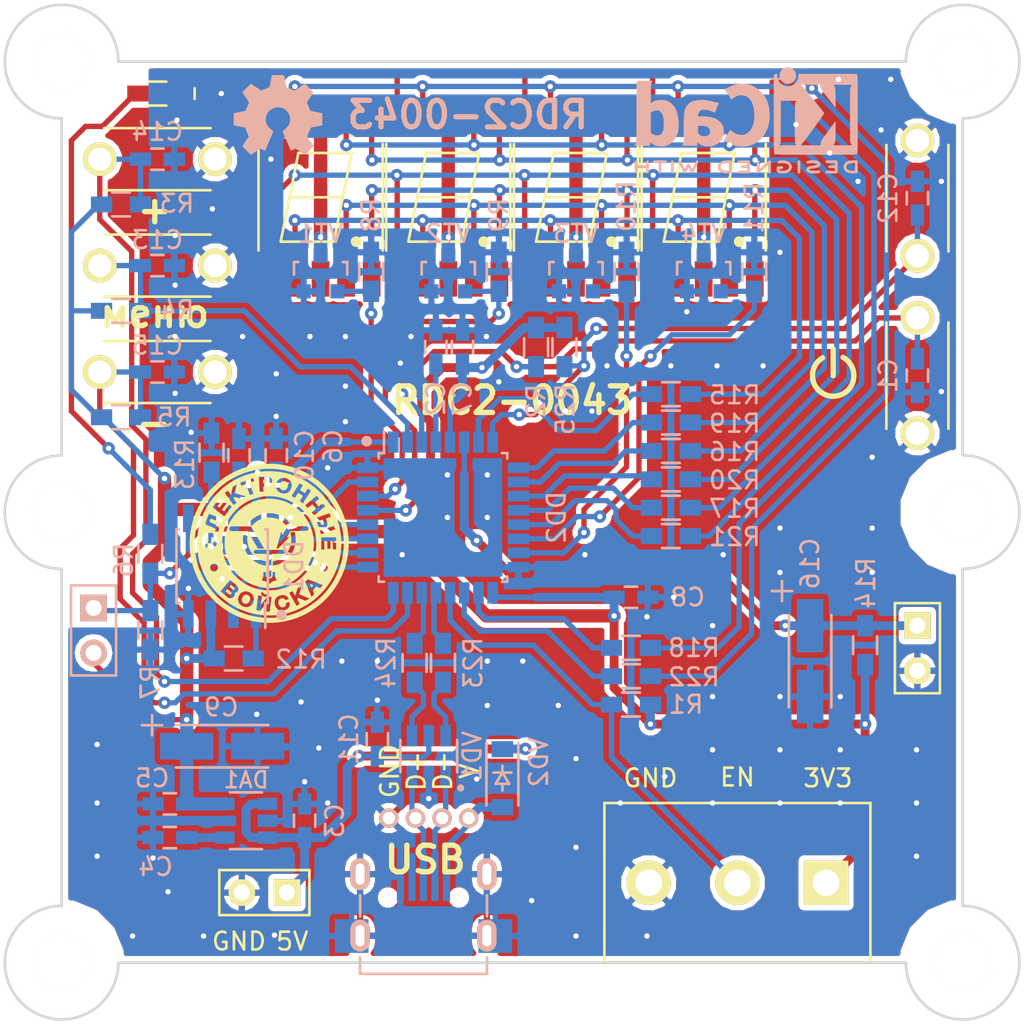
<source format=kicad_pcb>
(kicad_pcb (version 20171130) (host pcbnew "(5.0.0)")
  (layers (0 F.Cu signal) (31 B.Cu signal) (34 B.Paste user) (35 F.Paste user) (36 B.SilkS user) (37 F.SilkS user hide) (38 B.Mask user hide) (39 F.Mask user hide) (44 Edge.Cuts user))
  (net 0 "")
  (net 1 VDD)
  (net 2 GND)
  (net 3 RST)
  (net 4 5V)
  (net 5 "Net-(C4-Pad1)")
  (net 6 DISPLAY_ON)
  (net 7 "Net-(DD2-Pad7)")
  (net 8 "Net-(DD2-Pad9)")
  (net 9 "Net-(DD2-Pad10)")
  (net 10 "Net-(DD2-Pad11)")
  (net 11 "Net-(DD2-Pad12)")
  (net 12 "Net-(DD2-Pad13)")
  (net 13 DIG_1)
  (net 14 DIG_2)
  (net 15 "Net-(DD2-Pad18)")
  (net 16 "Net-(DD2-Pad19)")
  (net 17 "Net-(DD2-Pad21)")
  (net 18 "Net-(DD2-Pad22)")
  (net 19 SWDIO)
  (net 20 SWCLK)
  (net 21 SPI_NSS)
  (net 22 SPI_SCK)
  (net 23 SPI_MISO)
  (net 24 SPI_MOSI)
  (net 25 DIG_3)
  (net 26 DIG_4)
  (net 27 "Net-(DD2-Pad31)")
  (net 28 LED_5)
  (net 29 LED_4)
  (net 30 "Net-(HL2-Pad3)")
  (net 31 LED_3)
  (net 32 LED_8)
  (net 33 LED_2)
  (net 34 LED_1)
  (net 35 LED_6)
  (net 36 LED_7)
  (net 37 "Net-(HL3-Pad2)")
  (net 38 "Net-(HL4-Pad3)")
  (net 39 "Net-(HL5-Pad3)")
  (net 40 "Net-(HL6-Pad3)")
  (net 41 USB_DM)
  (net 42 USB_DP)
  (net 43 "Net-(VD1-Pad1)")
  (net 44 "Net-(VD1-Pad3)")
  (net 45 "Net-(VD2-Pad2)")
  (net 46 "Net-(XS1-Pad4)")
  (net 47 "Net-(DD2-Pad2)")
  (net 48 "Net-(DD2-Pad3)")
  (net 49 AIN0)
  (net 50 EN_INPUT)
  (module Resistors_SMD:R_0603_HandSoldering (layer B.Cu) (at 134.35 72.75)
    (fp_text reference R20 (at 3.6 0.05) (layer B.SilkS) (effects (justify mirror)))
    (fp_text value 330)
    (pad 1 smd rect (at -1.1 0) (size 1.2 0.9) (layers B.Cu B.Paste B.Mask) (net 10 "Net-(DD2-Pad11)"))
    (pad 2 smd rect (at 1.1 0) (size 1.2 0.9) (layers B.Cu B.Paste B.Mask) (net 28 LED_5))
  )
  (module Resistors_SMD:R_0603_HandSoldering (layer B.Cu) (at 134.35 75.95)
    (fp_text reference R21 (at 3.6 0.05) (layer B.SilkS) (effects (justify mirror)))
    (fp_text value 330)
    (pad 1 smd rect (at -1.1 0) (size 1.2 0.9) (layers B.Cu B.Paste B.Mask) (net 12 "Net-(DD2-Pad13)"))
    (pad 2 smd rect (at 1.1 0) (size 1.2 0.9) (layers B.Cu B.Paste B.Mask) (net 34 LED_1))
  )
  (module Resistors_SMD:R_0603_HandSoldering (layer B.Cu) (at 134.35 67.95)
    (fp_text reference R15 (at 3.6 0.05) (layer B.SilkS) (effects (justify mirror)))
    (fp_text value 330)
    (pad 1 smd rect (at -1.1 0) (size 1.2 0.9) (layers B.Cu B.Paste B.Mask) (net 7 "Net-(DD2-Pad7)"))
    (pad 2 smd rect (at 1.1 0) (size 1.2 0.9) (layers B.Cu B.Paste B.Mask) (net 29 LED_4))
  )
  (module Resistors_SMD:R_0603_HandSoldering (layer B.Cu) (at 134.35 69.55)
    (fp_text reference R19 (at 3.6 0.05) (layer B.SilkS) (effects (justify mirror)))
    (fp_text value 330)
    (pad 1 smd rect (at -1.1 0) (size 1.2 0.9) (layers B.Cu B.Paste B.Mask) (net 8 "Net-(DD2-Pad9)"))
    (pad 2 smd rect (at 1.1 0) (size 1.2 0.9) (layers B.Cu B.Paste B.Mask) (net 31 LED_3))
  )
  (module Capacitors_SMD:C_0603_HandSoldering (layer B.Cu) (at 148.25 66.9 270)
    (fp_text reference C1 (at 0 1.65 90) (layer B.SilkS) (effects (justify mirror)))
    (fp_text value 0,1мкФ)
    (pad 2 smd rect (at 0.95 0 270) (size 1.2 0.75) (layers B.Cu B.Paste B.Mask) (net 2 GND))
    (pad 1 smd rect (at -0.95 0 270) (size 1.2 0.75) (layers B.Cu B.Paste B.Mask) (net 48 "Net-(DD2-Pad3)"))
  )
  (module Resistors_SMD:R_0603_HandSoldering (layer B.Cu) (at 132.1 83.85)
    (fp_text reference R22 (at 3.55 0.05) (layer B.SilkS) (effects (justify mirror)))
    (fp_text value 330)
    (pad 2 smd rect (at 1.1 0) (size 1.2 0.9) (layers B.Cu B.Paste B.Mask) (net 36 LED_7))
    (pad 1 smd rect (at -1.1 0) (size 1.2 0.9) (layers B.Cu B.Paste B.Mask) (net 16 "Net-(DD2-Pad19)"))
  )
  (module NewComponents:TantalC_SizeA_EIA-3216_HandSoldering_mm (layer B.Cu) (at 142.2 83 270)
    (fp_text reference C16 (at -5.5 0 270) (layer B.SilkS) (effects (justify mirror)))
    (fp_text value 10мкФ)
    (fp_text user + (at -3.95 1.7 270) (layer B.SilkS) (effects (font (size 1.5 1.5)) (justify mirror)))
    (pad 1 smd rect (at -1.99898 0 270) (size 3 1.5) (layers B.Cu B.Paste B.Mask) (net 49 AIN0))
    (pad 2 smd rect (at 1.99898 0 270) (size 3 1.5) (layers B.Cu B.Paste B.Mask) (net 2 GND))
  )
  (module Mounting_Holes:MountingHole_3.2mm_M3 (layer F.Cu) (at 150.8 74.6)
    (fp_text reference REF** hide)
    (fp_text value MountingHole_3.2mm_M3)
    (pad 1 np_thru_hole circle (at 0 0) (size 3.2 3.2) (drill 3.2) (layers *.Cu *.Mask F.SilkS))
  )
  (module Resistors_SMD:R_0603_HandSoldering (layer B.Cu) (at 103.35 63.25 180)
    (fp_text reference R4 (at -3.15 0.05 180) (layer B.SilkS) (effects (justify mirror)))
    (fp_text value 10k)
    (pad 1 smd rect (at -1.1 0 180) (size 1.2 0.9) (layers B.Cu B.Paste B.Mask) (net 47 "Net-(DD2-Pad2)"))
    (pad 2 smd rect (at 1.1 0 180) (size 1.2 0.9) (layers B.Cu B.Paste B.Mask) (net 1 VDD))
  )
  (module Resistors_SMD:R_0603_HandSoldering (layer B.Cu) (at 103.35 69.25 180)
    (fp_text reference R5 (at -3 0 180) (layer B.SilkS) (effects (justify mirror)))
    (fp_text value 10k)
    (pad 2 smd rect (at 1.1 0 180) (size 1.2 0.9) (layers B.Cu B.Paste B.Mask) (net 1 VDD))
    (pad 1 smd rect (at -1.1 0 180) (size 1.2 0.9) (layers B.Cu B.Paste B.Mask) (net 19 SWDIO))
  )
  (module Resistors_SMD:R_0603_HandSoldering (layer B.Cu) (at 103.35 57.25 180)
    (fp_text reference R3 (at -3.15 0.05 180) (layer B.SilkS) (effects (justify mirror)))
    (fp_text value 10k)
    (pad 2 smd rect (at 1.1 0 180) (size 1.2 0.9) (layers B.Cu B.Paste B.Mask) (net 1 VDD))
    (pad 1 smd rect (at -1.1 0 180) (size 1.2 0.9) (layers B.Cu B.Paste B.Mask) (net 20 SWCLK))
  )
  (module Resistors_SMD:R_0603_HandSoldering (layer B.Cu) (at 126.75 65.3 90)
    (fp_text reference R2 (at -3.05 0 90) (layer B.SilkS) (effects (justify mirror)))
    (fp_text value 10k)
    (pad 2 smd rect (at 1.1 0 90) (size 1.2 0.9) (layers B.Cu B.Paste B.Mask) (net 1 VDD))
    (pad 1 smd rect (at -1.1 0 90) (size 1.2 0.9) (layers B.Cu B.Paste B.Mask) (net 48 "Net-(DD2-Pad3)"))
  )
  (module Capacitors_SMD:C_0603_HandSoldering (layer B.Cu) (at 105.4 66.7)
    (fp_text reference C15 (at 0 -1.5) (layer B.SilkS) (effects (justify mirror)))
    (fp_text value 0,1мкФ)
    (pad 2 smd rect (at 0.95 0) (size 1.2 0.75) (layers B.Cu B.Paste B.Mask) (net 2 GND))
    (pad 1 smd rect (at -0.95 0) (size 1.2 0.75) (layers B.Cu B.Paste B.Mask) (net 19 SWDIO))
  )
  (module Capacitors_SMD:C_0603_HandSoldering (layer B.Cu) (at 105.4 54.7)
    (fp_text reference C14 (at 0 -1.55) (layer B.SilkS) (effects (justify mirror)))
    (fp_text value 0,1мкФ)
    (pad 1 smd rect (at -0.95 0) (size 1.2 0.75) (layers B.Cu B.Paste B.Mask) (net 20 SWCLK))
    (pad 2 smd rect (at 0.95 0) (size 1.2 0.75) (layers B.Cu B.Paste B.Mask) (net 2 GND))
  )
  (module Capacitors_SMD:C_0603_HandSoldering (layer B.Cu) (at 105.4 60.7)
    (fp_text reference C13 (at 0 -1.45) (layer B.SilkS) (effects (justify mirror)))
    (fp_text value 0,1мкФ)
    (pad 1 smd rect (at -0.95 0) (size 1.2 0.75) (layers B.Cu B.Paste B.Mask) (net 47 "Net-(DD2-Pad2)"))
    (pad 2 smd rect (at 0.95 0) (size 1.2 0.75) (layers B.Cu B.Paste B.Mask) (net 2 GND))
  )
  (module NewComponents:TC-0120 (layer F.Cu) (at 105.4 66.7)
    (fp_text reference SW2 hide)
    (fp_text value SW_PUSH)
    (pad 2 thru_hole circle (at 3.25 0) (size 1.9 1.9) (drill 1.3) (layers *.Cu *.Mask F.SilkS) (net 2 GND))
    (pad 1 thru_hole circle (at -3.25 0) (size 1.9 1.9) (drill 1.3) (layers *.Cu *.Mask F.SilkS) (net 19 SWDIO))
  )
  (module NewComponents:TC-0120 (layer F.Cu) (at 105.4 54.7)
    (fp_text reference SW3 hide)
    (fp_text value SW_PUSH)
    (pad 1 thru_hole circle (at -3.25 0) (size 1.9 1.9) (drill 1.3) (layers *.Cu *.Mask F.SilkS) (net 20 SWCLK))
    (pad 2 thru_hole circle (at 3.25 0) (size 1.9 1.9) (drill 1.3) (layers *.Cu *.Mask F.SilkS) (net 2 GND))
  )
  (module NewComponents:TC-0120 (layer F.Cu) (at 105.4 60.7)
    (fp_text reference SW4 hide)
    (fp_text value SW_PUSH)
    (pad 1 thru_hole circle (at -3.25 0) (size 1.9 1.9) (drill 1.3) (layers *.Cu *.Mask F.SilkS) (net 47 "Net-(DD2-Pad2)"))
    (pad 2 thru_hole circle (at 3.25 0) (size 1.9 1.9) (drill 1.3) (layers *.Cu *.Mask F.SilkS) (net 2 GND))
  )
  (module NewComponents:TC-0120 (layer F.Cu) (at 148.25 66.9 270)
    (fp_text reference SW5 hide)
    (fp_text value SW_PUSH)
    (pad 1 thru_hole circle (at -3.25 0 270) (size 1.9 1.9) (drill 1.3) (layers *.Cu *.Mask F.SilkS) (net 48 "Net-(DD2-Pad3)"))
    (pad 2 thru_hole circle (at 3.25 0 270) (size 1.9 1.9) (drill 1.3) (layers *.Cu *.Mask F.SilkS) (net 2 GND))
  )
  (module NewComponents:Hole_3.5 (layer B.Cu) (at 124.45 98.5)
    (fp_text reference REF** hide)
    (fp_text value Hole_3.5)
    (pad 1 smd rect (at 0 0) (size 1.9 1.9) (layers B.Cu B.Paste B.Mask) (net 2 GND))
  )
  (module NewComponents:Oasistek_7SegInd_smd (layer F.Cu) (at 136.2 56.85)
    (fp_text reference HL6 hide)
    (fp_text value 7SEGMENTS)
    (pad 1 smd rect (at -2.88 4.6) (size 1 2) (layers F.Cu F.Paste F.Mask) (net 28 LED_5))
    (pad 2 smd rect (at -1.44 4.6) (size 1 2) (layers F.Cu F.Paste F.Mask) (net 29 LED_4))
    (pad 3 smd rect (at 0 4.6) (size 1 2) (layers F.Cu F.Paste F.Mask) (net 40 "Net-(HL6-Pad3)"))
    (pad 4 smd rect (at 1.44 4.6) (size 1 2) (layers F.Cu F.Paste F.Mask) (net 31 LED_3))
    (pad 5 smd rect (at 2.88 4.6) (size 1 2) (layers F.Cu F.Paste F.Mask) (net 32 LED_8))
    (pad 6 smd rect (at 2.88 -4.6 180) (size 1 2) (layers F.Cu F.Paste F.Mask) (net 33 LED_2))
    (pad 7 smd rect (at 1.44 -4.6 180) (size 1 2) (layers F.Cu F.Paste F.Mask) (net 34 LED_1))
    (pad 8 smd rect (at 0 -4.6 180) (size 1 2) (layers F.Cu F.Paste F.Mask) (net 40 "Net-(HL6-Pad3)"))
    (pad 9 smd rect (at -1.44 -4.6 180) (size 1 2) (layers F.Cu F.Paste F.Mask) (net 35 LED_6))
    (pad 10 smd rect (at -2.88 -4.6 180) (size 1 2) (layers F.Cu F.Paste F.Mask) (net 36 LED_7))
  )
  (module Mounting_Holes:MountingHole_3.2mm_M3 (layer F.Cu) (at 100 74.6)
    (fp_text reference REF** hide)
    (fp_text value MountingHole_3.2mm_M3)
    (pad 1 np_thru_hole circle (at 0 0) (size 3.2 3.2) (drill 3.2) (layers *.Cu *.Mask F.SilkS))
  )
  (module Mounting_Holes:MountingHole_3.2mm_M3 (layer F.Cu) (at 150.8 100)
    (fp_text reference REF** hide)
    (fp_text value MountingHole_3.2mm_M3)
    (pad 1 np_thru_hole circle (at 0 0) (size 3.2 3.2) (drill 3.2) (layers *.Cu *.Mask F.SilkS))
  )
  (module Mounting_Holes:MountingHole_3.2mm_M3 (layer F.Cu) (at 150.8 49.2)
    (fp_text reference REF** hide)
    (fp_text value MountingHole_3.2mm_M3)
    (pad 1 np_thru_hole circle (at 0 0) (size 3.2 3.2) (drill 3.2) (layers *.Cu *.Mask F.SilkS))
  )
  (module Mounting_Holes:MountingHole_3.2mm_M3 (layer F.Cu) (at 100 49.2)
    (fp_text reference REF** hide)
    (fp_text value MountingHole_3.2mm_M3)
    (pad 1 np_thru_hole circle (at 0 0) (size 3.2 3.2) (drill 3.2) (layers *.Cu *.Mask F.SilkS))
  )
  (module Capacitors_SMD:C_0603_HandSoldering (layer B.Cu) (at 121.1 65.3 90)
    (fp_text reference C2 (at -2.9 0 90) (layer B.SilkS) (effects (justify mirror)))
    (fp_text value 0,1мкФ)
    (pad 1 smd rect (at -0.95 0 90) (size 1.2 0.75) (layers B.Cu B.Paste B.Mask) (net 3 RST))
    (pad 2 smd rect (at 0.95 0 90) (size 1.2 0.75) (layers B.Cu B.Paste B.Mask) (net 2 GND))
  )
  (module Capacitors_SMD:C_0603_HandSoldering (layer B.Cu) (at 113.7 92 90)
    (fp_text reference C3 (at 0 1.7 90) (layer B.SilkS) (effects (justify mirror)))
    (fp_text value 4,7мкФ)
    (pad 1 smd rect (at -0.95 0 90) (size 1.2 0.75) (layers B.Cu B.Paste B.Mask) (net 4 5V))
    (pad 2 smd rect (at 0.95 0 90) (size 1.2 0.75) (layers B.Cu B.Paste B.Mask) (net 2 GND))
  )
  (module Capacitors_SMD:C_0603_HandSoldering (layer B.Cu) (at 106.1 92.95 180)
    (fp_text reference C4 (at 0.8 -1.65 180) (layer B.SilkS) (effects (justify mirror)))
    (fp_text value 0,01мкФ)
    (pad 1 smd rect (at -0.95 0 180) (size 1.2 0.75) (layers B.Cu B.Paste B.Mask) (net 5 "Net-(C4-Pad1)"))
    (pad 2 smd rect (at 0.95 0 180) (size 1.2 0.75) (layers B.Cu B.Paste B.Mask) (net 2 GND))
  )
  (module Capacitors_SMD:C_0603_HandSoldering (layer B.Cu) (at 106.1 91.05 180)
    (fp_text reference C5 (at 1 1.45 180) (layer B.SilkS) (effects (justify mirror)))
    (fp_text value 4,7мкФ)
    (pad 1 smd rect (at -0.95 0 180) (size 1.2 0.75) (layers B.Cu B.Paste B.Mask) (net 1 VDD))
    (pad 2 smd rect (at 0.95 0 180) (size 1.2 0.75) (layers B.Cu B.Paste B.Mask) (net 2 GND))
  )
  (module Capacitors_SMD:C_0603_HandSoldering (layer B.Cu) (at 112.1 71.4 90)
    (fp_text reference C6 (at 0.5 3.2 90) (layer B.SilkS) (effects (justify mirror)))
    (fp_text value 0,1мкФ)
    (pad 1 smd rect (at -0.95 0 90) (size 1.2 0.75) (layers B.Cu B.Paste B.Mask) (net 1 VDD))
    (pad 2 smd rect (at 0.95 0 90) (size 1.2 0.75) (layers B.Cu B.Paste B.Mask) (net 2 GND))
  )
  (module Capacitors_SMD:C_0603_HandSoldering (layer B.Cu) (at 122.6 65.3 90)
    (fp_text reference C7 (at -2.9 0 90) (layer B.SilkS) (effects (justify mirror)))
    (fp_text value 0,1мкФ)
    (pad 1 smd rect (at -0.95 0 90) (size 1.2 0.75) (layers B.Cu B.Paste B.Mask) (net 1 VDD))
    (pad 2 smd rect (at 0.95 0 90) (size 1.2 0.75) (layers B.Cu B.Paste B.Mask) (net 2 GND))
  )
  (module Capacitors_SMD:C_0603_HandSoldering (layer B.Cu) (at 132.1 79.4)
    (fp_text reference C8 (at 3.2 0) (layer B.SilkS) (effects (justify mirror)))
    (fp_text value 0,1мкФ)
    (pad 1 smd rect (at -0.95 0) (size 1.2 0.75) (layers B.Cu B.Paste B.Mask) (net 1 VDD))
    (pad 2 smd rect (at 0.95 0) (size 1.2 0.75) (layers B.Cu B.Paste B.Mask) (net 2 GND))
  )
  (module NewComponents:TantalC_SizeA_EIA-3216_HandSoldering_mm (layer B.Cu) (at 109.05 87.8)
    (fp_text reference C9 (at -0.05 -2.2) (layer B.SilkS) (effects (justify mirror)))
    (fp_text value 10мкФ)
    (fp_text user + (at -3.95 -1.3) (layer B.SilkS) (effects (font (size 1.5 1.5)) (justify mirror)))
    (pad 2 smd rect (at 1.99898 0) (size 3 1.5) (layers B.Cu B.Paste B.Mask) (net 2 GND))
    (pad 1 smd rect (at -1.99898 0) (size 3 1.5) (layers B.Cu B.Paste B.Mask) (net 1 VDD))
  )
  (module Capacitors_SMD:C_0603_HandSoldering (layer B.Cu) (at 110 71.4 90)
    (fp_text reference C10 (at 0 3.7 90) (layer B.SilkS) (effects (justify mirror)))
    (fp_text value 0,1мкФ)
    (pad 1 smd rect (at -0.95 0 90) (size 1.2 0.75) (layers B.Cu B.Paste B.Mask) (net 1 VDD))
    (pad 2 smd rect (at 0.95 0 90) (size 1.2 0.75) (layers B.Cu B.Paste B.Mask) (net 2 GND))
  )
  (module Capacitors_SMD:C_0603_HandSoldering (layer B.Cu) (at 117.8 87.4 90)
    (fp_text reference C11 (at 0 -1.6 90) (layer B.SilkS) (effects (justify mirror)))
    (fp_text value 0,1мкФ)
    (pad 1 smd rect (at -0.95 0 90) (size 1.2 0.75) (layers B.Cu B.Paste B.Mask) (net 4 5V))
    (pad 2 smd rect (at 0.95 0 90) (size 1.2 0.75) (layers B.Cu B.Paste B.Mask) (net 2 GND))
  )
  (module Capacitors_SMD:C_0603_HandSoldering (layer B.Cu) (at 148.25 56.9 90)
    (fp_text reference C12 (at 0 -1.65 90) (layer B.SilkS) (effects (justify mirror)))
    (fp_text value 0,1мкФ)
    (pad 1 smd rect (at -0.95 0 90) (size 1.2 0.75) (layers B.Cu B.Paste B.Mask) (net 6 DISPLAY_ON))
    (pad 2 smd rect (at 0.95 0 90) (size 1.2 0.75) (layers B.Cu B.Paste B.Mask) (net 2 GND))
  )
  (module NewComponents:SOT-23-5_mm (layer B.Cu) (at 110.4 92 180)
    (fp_text reference DA1 (at 0 2.3 180) (layer B.SilkS) (effects (font (size 0.9 0.9)) (justify mirror)))
    (fp_text value LP2985AIM5-3.3)
    (pad 1 smd rect (at -1.2 0.95 180) (size 1.1 0.7) (layers B.Cu B.Paste B.Mask) (net 4 5V))
    (pad 2 smd rect (at -1.2 0 180) (size 1.1 0.7) (layers B.Cu B.Paste B.Mask) (net 2 GND))
    (pad 3 smd rect (at -1.2 -0.95 180) (size 1.1 0.7) (layers B.Cu B.Paste B.Mask) (net 4 5V))
    (pad 4 smd rect (at 1.2 -0.95 180) (size 1.1 0.7) (layers B.Cu B.Paste B.Mask) (net 5 "Net-(C4-Pad1)"))
    (pad 5 smd rect (at 1.2 0.95 180) (size 1.1 0.7) (layers B.Cu B.Paste B.Mask) (net 1 VDD))
  )
  (module Housings_QFP:LQFP-32_7x7mm_Pitch0.8mm (layer B.Cu) (at 121.5 74.9 270)
    (fp_text reference DD2 (at 0 -6.4 90) (layer B.SilkS) (effects (justify mirror)))
    (fp_text value STM32F042K6Tx)
    (pad 32 smd rect (at -2.8 4.25 180) (size 1.2 0.6) (layers B.Cu B.Paste B.Mask) (net 2 GND))
    (pad 31 smd rect (at -2 4.25 180) (size 1.2 0.6) (layers B.Cu B.Paste B.Mask) (net 27 "Net-(DD2-Pad31)"))
    (pad 30 smd rect (at -1.2 4.25 180) (size 1.2 0.6) (layers B.Cu B.Paste B.Mask) (net 26 DIG_4))
    (pad 29 smd rect (at -0.4 4.25 180) (size 1.2 0.6) (layers B.Cu B.Paste B.Mask) (net 25 DIG_3))
    (pad 28 smd rect (at 0.4 4.25 180) (size 1.2 0.6) (layers B.Cu B.Paste B.Mask) (net 24 SPI_MOSI))
    (pad 27 smd rect (at 1.2 4.25 180) (size 1.2 0.6) (layers B.Cu B.Paste B.Mask) (net 23 SPI_MISO))
    (pad 26 smd rect (at 2 4.25 180) (size 1.2 0.6) (layers B.Cu B.Paste B.Mask) (net 22 SPI_SCK))
    (pad 25 smd rect (at 2.8 4.25 180) (size 1.2 0.6) (layers B.Cu B.Paste B.Mask) (net 21 SPI_NSS))
    (pad 24 smd rect (at 4.25 2.8 270) (size 1.2 0.6) (layers B.Cu B.Paste B.Mask) (net 20 SWCLK))
    (pad 23 smd rect (at 4.25 2 270) (size 1.2 0.6) (layers B.Cu B.Paste B.Mask) (net 19 SWDIO))
    (pad 22 smd rect (at 4.25 1.2 270) (size 1.2 0.6) (layers B.Cu B.Paste B.Mask) (net 18 "Net-(DD2-Pad22)"))
    (pad 21 smd rect (at 4.25 0.4 270) (size 1.2 0.6) (layers B.Cu B.Paste B.Mask) (net 17 "Net-(DD2-Pad21)"))
    (pad 20 smd rect (at 4.25 -0.4 270) (size 1.2 0.6) (layers B.Cu B.Paste B.Mask) (net 50 EN_INPUT))
    (pad 19 smd rect (at 4.25 -1.2 270) (size 1.2 0.6) (layers B.Cu B.Paste B.Mask) (net 16 "Net-(DD2-Pad19)"))
    (pad 18 smd rect (at 4.25 -2 270) (size 1.2 0.6) (layers B.Cu B.Paste B.Mask) (net 15 "Net-(DD2-Pad18)"))
    (pad 17 smd rect (at 4.25 -2.8 270) (size 1.2 0.6) (layers B.Cu B.Paste B.Mask) (net 1 VDD))
    (pad 16 smd rect (at 2.8 -4.25 180) (size 1.2 0.6) (layers B.Cu B.Paste B.Mask) (net 2 GND))
    (pad 15 smd rect (at 2 -4.25 180) (size 1.2 0.6) (layers B.Cu B.Paste B.Mask) (net 14 DIG_2))
    (pad 14 smd rect (at 1.2 -4.25 180) (size 1.2 0.6) (layers B.Cu B.Paste B.Mask) (net 13 DIG_1))
    (pad 13 smd rect (at 0.4 -4.25 180) (size 1.2 0.6) (layers B.Cu B.Paste B.Mask) (net 12 "Net-(DD2-Pad13)"))
    (pad 12 smd rect (at -0.4 -4.25 180) (size 1.2 0.6) (layers B.Cu B.Paste B.Mask) (net 11 "Net-(DD2-Pad12)"))
    (pad 11 smd rect (at -1.2 -4.25 180) (size 1.2 0.6) (layers B.Cu B.Paste B.Mask) (net 10 "Net-(DD2-Pad11)"))
    (pad 10 smd rect (at -2 -4.25 180) (size 1.2 0.6) (layers B.Cu B.Paste B.Mask) (net 9 "Net-(DD2-Pad10)"))
    (pad 9 smd rect (at -2.8 -4.25 180) (size 1.2 0.6) (layers B.Cu B.Paste B.Mask) (net 8 "Net-(DD2-Pad9)"))
    (pad 8 smd rect (at -4.25 -2.8 270) (size 1.2 0.6) (layers B.Cu B.Paste B.Mask) (net 6 DISPLAY_ON))
    (pad 7 smd rect (at -4.25 -2 270) (size 1.2 0.6) (layers B.Cu B.Paste B.Mask) (net 7 "Net-(DD2-Pad7)"))
    (pad 6 smd rect (at -4.25 -1.2 270) (size 1.2 0.6) (layers B.Cu B.Paste B.Mask) (net 49 AIN0))
    (pad 5 smd rect (at -4.25 -0.4 270) (size 1.2 0.6) (layers B.Cu B.Paste B.Mask) (net 1 VDD))
    (pad 4 smd rect (at -4.25 0.4 270) (size 1.2 0.6) (layers B.Cu B.Paste B.Mask) (net 3 RST))
    (pad 3 smd rect (at -4.25 1.2 270) (size 1.2 0.6) (layers B.Cu B.Paste B.Mask) (net 48 "Net-(DD2-Pad3)"))
    (pad 2 smd rect (at -4.25 2 270) (size 1.2 0.6) (layers B.Cu B.Paste B.Mask) (net 47 "Net-(DD2-Pad2)"))
    (pad 1 smd rect (at -4.25 2.8 270) (size 1.2 0.6) (layers B.Cu B.Paste B.Mask) (net 1 VDD))
  )
  (module Housings_SOIC:SOIC-8_3.9x4.9mm_Pitch1.27mm (layer B.Cu) (at 109.05 77.65 90)
    (fp_text reference DD1 (at 0 4.05 90) (layer B.SilkS) (effects (justify mirror)))
    (fp_text value 25LC_EEPROM)
    (pad 1 smd rect (at -2.7 1.905 90) (size 1.55 0.6) (layers B.Cu B.Paste B.Mask) (net 21 SPI_NSS))
    (pad 2 smd rect (at -2.7 0.635 90) (size 1.55 0.6) (layers B.Cu B.Paste B.Mask) (net 23 SPI_MISO))
    (pad 3 smd rect (at -2.7 -0.635 90) (size 1.55 0.6) (layers B.Cu B.Paste B.Mask) (net 1 VDD))
    (pad 4 smd rect (at -2.7 -1.905 90) (size 1.55 0.6) (layers B.Cu B.Paste B.Mask) (net 2 GND))
    (pad 5 smd rect (at 2.7 -1.905 90) (size 1.55 0.6) (layers B.Cu B.Paste B.Mask) (net 24 SPI_MOSI))
    (pad 6 smd rect (at 2.7 -0.635 90) (size 1.55 0.6) (layers B.Cu B.Paste B.Mask) (net 22 SPI_SCK))
    (pad 7 smd rect (at 2.7 0.635 90) (size 1.55 0.6) (layers B.Cu B.Paste B.Mask) (net 1 VDD))
    (pad 8 smd rect (at 2.7 1.905 90) (size 1.55 0.6) (layers B.Cu B.Paste B.Mask) (net 1 VDD))
  )
  (module NewComponents:Oasistek_7SegInd_smd (layer F.Cu) (at 114.6 56.85)
    (fp_text reference HL2 hide)
    (fp_text value 7SEGMENTS)
    (pad 1 smd rect (at -2.88 4.6) (size 1 2) (layers F.Cu F.Paste F.Mask) (net 28 LED_5))
    (pad 2 smd rect (at -1.44 4.6) (size 1 2) (layers F.Cu F.Paste F.Mask) (net 29 LED_4))
    (pad 3 smd rect (at 0 4.6) (size 1 2) (layers F.Cu F.Paste F.Mask) (net 30 "Net-(HL2-Pad3)"))
    (pad 4 smd rect (at 1.44 4.6) (size 1 2) (layers F.Cu F.Paste F.Mask) (net 31 LED_3))
    (pad 5 smd rect (at 2.88 4.6) (size 1 2) (layers F.Cu F.Paste F.Mask) (net 32 LED_8))
    (pad 6 smd rect (at 2.88 -4.6 180) (size 1 2) (layers F.Cu F.Paste F.Mask) (net 33 LED_2))
    (pad 7 smd rect (at 1.44 -4.6 180) (size 1 2) (layers F.Cu F.Paste F.Mask) (net 34 LED_1))
    (pad 8 smd rect (at 0 -4.6 180) (size 1 2) (layers F.Cu F.Paste F.Mask) (net 30 "Net-(HL2-Pad3)"))
    (pad 9 smd rect (at -1.44 -4.6 180) (size 1 2) (layers F.Cu F.Paste F.Mask) (net 35 LED_6))
    (pad 10 smd rect (at -2.88 -4.6 180) (size 1 2) (layers F.Cu F.Paste F.Mask) (net 36 LED_7))
  )
  (module NewComponents:LED_0603_HandSoldering (layer F.Cu) (at 105.4 51 180)
    (fp_text reference HL3 hide)
    (fp_text value LED)
    (pad 1 smd rect (at -1.1 0 180) (size 1.2 0.9) (layers F.Cu F.Paste F.Mask) (net 2 GND))
    (pad 2 smd rect (at 1.1 0 180) (size 1.2 0.9) (layers F.Cu F.Paste F.Mask) (net 37 "Net-(HL3-Pad2)"))
  )
  (module NewComponents:Oasistek_7SegInd_smd (layer F.Cu) (at 121.8 56.85)
    (fp_text reference HL4 hide)
    (fp_text value 7SEGMENTS)
    (pad 1 smd rect (at -2.88 4.6) (size 1 2) (layers F.Cu F.Paste F.Mask) (net 28 LED_5))
    (pad 2 smd rect (at -1.44 4.6) (size 1 2) (layers F.Cu F.Paste F.Mask) (net 29 LED_4))
    (pad 3 smd rect (at 0 4.6) (size 1 2) (layers F.Cu F.Paste F.Mask) (net 38 "Net-(HL4-Pad3)"))
    (pad 4 smd rect (at 1.44 4.6) (size 1 2) (layers F.Cu F.Paste F.Mask) (net 31 LED_3))
    (pad 5 smd rect (at 2.88 4.6) (size 1 2) (layers F.Cu F.Paste F.Mask) (net 32 LED_8))
    (pad 6 smd rect (at 2.88 -4.6 180) (size 1 2) (layers F.Cu F.Paste F.Mask) (net 33 LED_2))
    (pad 7 smd rect (at 1.44 -4.6 180) (size 1 2) (layers F.Cu F.Paste F.Mask) (net 34 LED_1))
    (pad 8 smd rect (at 0 -4.6 180) (size 1 2) (layers F.Cu F.Paste F.Mask) (net 38 "Net-(HL4-Pad3)"))
    (pad 9 smd rect (at -1.44 -4.6 180) (size 1 2) (layers F.Cu F.Paste F.Mask) (net 35 LED_6))
    (pad 10 smd rect (at -2.88 -4.6 180) (size 1 2) (layers F.Cu F.Paste F.Mask) (net 36 LED_7))
  )
  (module NewComponents:Oasistek_7SegInd_smd (layer F.Cu) (at 129 56.85)
    (fp_text reference HL5 hide)
    (fp_text value 7SEGMENTS)
    (pad 1 smd rect (at -2.88 4.6) (size 1 2) (layers F.Cu F.Paste F.Mask) (net 28 LED_5))
    (pad 2 smd rect (at -1.44 4.6) (size 1 2) (layers F.Cu F.Paste F.Mask) (net 29 LED_4))
    (pad 3 smd rect (at 0 4.6) (size 1 2) (layers F.Cu F.Paste F.Mask) (net 39 "Net-(HL5-Pad3)"))
    (pad 4 smd rect (at 1.44 4.6) (size 1 2) (layers F.Cu F.Paste F.Mask) (net 31 LED_3))
    (pad 5 smd rect (at 2.88 4.6) (size 1 2) (layers F.Cu F.Paste F.Mask) (net 32 LED_8))
    (pad 6 smd rect (at 2.88 -4.6 180) (size 1 2) (layers F.Cu F.Paste F.Mask) (net 33 LED_2))
    (pad 7 smd rect (at 1.44 -4.6 180) (size 1 2) (layers F.Cu F.Paste F.Mask) (net 34 LED_1))
    (pad 8 smd rect (at 0 -4.6 180) (size 1 2) (layers F.Cu F.Paste F.Mask) (net 39 "Net-(HL5-Pad3)"))
    (pad 9 smd rect (at -1.44 -4.6 180) (size 1 2) (layers F.Cu F.Paste F.Mask) (net 35 LED_6))
    (pad 10 smd rect (at -2.88 -4.6 180) (size 1 2) (layers F.Cu F.Paste F.Mask) (net 36 LED_7))
  )
  (module Resistors_SMD:R_0603_HandSoldering (layer B.Cu) (at 105 76.95 90)
    (fp_text reference R6 (at -0.35 -1.5 90) (layer B.SilkS) (effects (justify mirror)))
    (fp_text value 330R)
    (pad 1 smd rect (at -1.1 0 90) (size 1.2 0.9) (layers B.Cu B.Paste B.Mask) (net 27 "Net-(DD2-Pad31)"))
    (pad 2 smd rect (at 1.1 0 90) (size 1.2 0.9) (layers B.Cu B.Paste B.Mask) (net 37 "Net-(HL3-Pad2)"))
  )
  (module Resistors_SMD:R_0603_HandSoldering (layer B.Cu) (at 105 81.25 270)
    (fp_text reference R7 (at 2.95 0 270) (layer B.SilkS) (effects (justify mirror)))
    (fp_text value 10k)
    (pad 1 smd rect (at -1.1 0 270) (size 1.2 0.9) (layers B.Cu B.Paste B.Mask) (net 27 "Net-(DD2-Pad31)"))
    (pad 2 smd rect (at 1.1 0 270) (size 1.2 0.9) (layers B.Cu B.Paste B.Mask) (net 2 GND))
  )
  (module Resistors_SMD:R_0603_HandSoldering (layer B.Cu) (at 117.45 61.05 270)
    (fp_text reference R8 (at -3.2 0 270) (layer B.SilkS) (effects (justify mirror)))
    (fp_text value 10k)
    (pad 1 smd rect (at -1.1 0 270) (size 1.2 0.9) (layers B.Cu B.Paste B.Mask) (net 2 GND))
    (pad 2 smd rect (at 1.1 0 270) (size 1.2 0.9) (layers B.Cu B.Paste B.Mask) (net 26 DIG_4))
  )
  (module Resistors_SMD:R_0603_HandSoldering (layer B.Cu) (at 124.65 61.05 270)
    (fp_text reference R9 (at -3.2 0 270) (layer B.SilkS) (effects (justify mirror)))
    (fp_text value 10k)
    (pad 1 smd rect (at -1.1 0 270) (size 1.2 0.9) (layers B.Cu B.Paste B.Mask) (net 2 GND))
    (pad 2 smd rect (at 1.1 0 270) (size 1.2 0.9) (layers B.Cu B.Paste B.Mask) (net 25 DIG_3))
  )
  (module Resistors_SMD:R_0603_HandSoldering (layer B.Cu) (at 131.85 61.05 270)
    (fp_text reference R10 (at -3.7 0 270) (layer B.SilkS) (effects (justify mirror)))
    (fp_text value 10k)
    (pad 1 smd rect (at -1.1 0 270) (size 1.2 0.9) (layers B.Cu B.Paste B.Mask) (net 2 GND))
    (pad 2 smd rect (at 1.1 0 270) (size 1.2 0.9) (layers B.Cu B.Paste B.Mask) (net 14 DIG_2))
  )
  (module Resistors_SMD:R_0603_HandSoldering (layer B.Cu) (at 139.05 61.05 270)
    (fp_text reference R11 (at -3.6 0 270) (layer B.SilkS) (effects (justify mirror)))
    (fp_text value 10k)
    (pad 1 smd rect (at -1.1 0 270) (size 1.2 0.9) (layers B.Cu B.Paste B.Mask) (net 2 GND))
    (pad 2 smd rect (at 1.1 0 270) (size 1.2 0.9) (layers B.Cu B.Paste B.Mask) (net 13 DIG_1))
  )
  (module Resistors_SMD:R_0603_HandSoldering (layer B.Cu) (at 109.7 82.85 180)
    (fp_text reference R12 (at -3.8 -0.05 180) (layer B.SilkS) (effects (justify mirror)))
    (fp_text value 10k)
    (pad 1 smd rect (at -1.1 0 180) (size 1.2 0.9) (layers B.Cu B.Paste B.Mask) (net 21 SPI_NSS))
    (pad 2 smd rect (at 1.1 0 180) (size 1.2 0.9) (layers B.Cu B.Paste B.Mask) (net 1 VDD))
  )
  (module Resistors_SMD:R_0603_HandSoldering (layer B.Cu) (at 108.45 71.25 270)
    (fp_text reference R13 (at 0.65 1.5 270) (layer B.SilkS) (effects (justify mirror)))
    (fp_text value 10k)
    (pad 1 smd rect (at -1.1 0 270) (size 1.2 0.9) (layers B.Cu B.Paste B.Mask) (net 2 GND))
    (pad 2 smd rect (at 1.1 0 270) (size 1.2 0.9) (layers B.Cu B.Paste B.Mask) (net 22 SPI_SCK))
  )
  (module Resistors_SMD:R_0603_HandSoldering (layer B.Cu) (at 145.3 82.1 270)
    (fp_text reference R14 (at -3.5 -0.05 270) (layer B.SilkS) (effects (justify mirror)))
    (fp_text value 10k)
    (pad 1 smd rect (at -1.1 0 270) (size 1.2 0.9) (layers B.Cu B.Paste B.Mask) (net 49 AIN0))
    (pad 2 smd rect (at 1.1 0 270) (size 1.2 0.9) (layers B.Cu B.Paste B.Mask) (net 1 VDD))
  )
  (module Resistors_SMD:R_0603_HandSoldering (layer B.Cu) (at 134.35 71.15)
    (fp_text reference R16 (at 3.6 0.05) (layer B.SilkS) (effects (justify mirror)))
    (fp_text value 330)
    (pad 1 smd rect (at -1.1 0) (size 1.2 0.9) (layers B.Cu B.Paste B.Mask) (net 9 "Net-(DD2-Pad10)"))
    (pad 2 smd rect (at 1.1 0) (size 1.2 0.9) (layers B.Cu B.Paste B.Mask) (net 32 LED_8))
  )
  (module Resistors_SMD:R_0603_HandSoldering (layer B.Cu) (at 134.35 74.35)
    (fp_text reference R17 (at 3.6 0.05) (layer B.SilkS) (effects (justify mirror)))
    (fp_text value 330)
    (pad 1 smd rect (at -1.1 0) (size 1.2 0.9) (layers B.Cu B.Paste B.Mask) (net 11 "Net-(DD2-Pad12)"))
    (pad 2 smd rect (at 1.1 0) (size 1.2 0.9) (layers B.Cu B.Paste B.Mask) (net 33 LED_2))
  )
  (module Resistors_SMD:R_0603_HandSoldering (layer B.Cu) (at 132.1 82.25)
    (fp_text reference R18 (at 3.55 0) (layer B.SilkS) (effects (justify mirror)))
    (fp_text value 330)
    (pad 1 smd rect (at -1.1 0) (size 1.2 0.9) (layers B.Cu B.Paste B.Mask) (net 15 "Net-(DD2-Pad18)"))
    (pad 2 smd rect (at 1.1 0) (size 1.2 0.9) (layers B.Cu B.Paste B.Mask) (net 35 LED_6))
  )
  (module Resistors_SMD:R_0603_HandSoldering (layer B.Cu) (at 121.5 83.1 270)
    (fp_text reference R23 (at 0 -1.7 270) (layer B.SilkS) (effects (justify mirror)))
    (fp_text value 22R)
    (pad 1 smd rect (at -1.1 0 270) (size 1.2 0.9) (layers B.Cu B.Paste B.Mask) (net 17 "Net-(DD2-Pad21)"))
    (pad 2 smd rect (at 1.1 0 270) (size 1.2 0.9) (layers B.Cu B.Paste B.Mask) (net 41 USB_DM))
  )
  (module Resistors_SMD:R_0603_HandSoldering (layer B.Cu) (at 119.9 83.1 270)
    (fp_text reference R24 (at 0 1.6 270) (layer B.SilkS) (effects (justify mirror)))
    (fp_text value 22R)
    (pad 1 smd rect (at -1.1 0 270) (size 1.2 0.9) (layers B.Cu B.Paste B.Mask) (net 18 "Net-(DD2-Pad22)"))
    (pad 2 smd rect (at 1.1 0 270) (size 1.2 0.9) (layers B.Cu B.Paste B.Mask) (net 42 USB_DP))
  )
  (module Resistors_SMD:R_0603_HandSoldering (layer B.Cu) (at 128.35 65.3 90)
    (fp_text reference R25 (at -3.5 0.05 90) (layer B.SilkS) (effects (justify mirror)))
    (fp_text value 10k)
    (pad 1 smd rect (at -1.1 0 90) (size 1.2 0.9) (layers B.Cu B.Paste B.Mask) (net 6 DISPLAY_ON))
    (pad 2 smd rect (at 1.1 0 90) (size 1.2 0.9) (layers B.Cu B.Paste B.Mask) (net 1 VDD))
  )
  (module NewComponents:TC-0120 (layer F.Cu) (at 148.25 56.9 90)
    (fp_text reference SW1 hide)
    (fp_text value SW_PUSH)
    (pad 2 thru_hole circle (at 3.25 0 90) (size 1.9 1.9) (drill 1.3) (layers *.Cu *.Mask F.SilkS) (net 2 GND))
    (pad 1 thru_hole circle (at -3.25 0 90) (size 1.9 1.9) (drill 1.3) (layers *.Cu *.Mask F.SilkS) (net 6 DISPLAY_ON))
  )
  (module NewComponents:SOT23-6L (layer B.Cu) (at 120.7 88.35 90)
    (fp_text reference VD1 (at 0 2.45 90) (layer B.SilkS) (effects (justify mirror)))
    (fp_text value USBLC6)
    (pad 1 smd rect (at -1.15 0.95 90) (size 1.2 0.6) (layers B.Cu B.Paste B.Mask) (net 43 "Net-(VD1-Pad1)"))
    (pad 2 smd rect (at -1.15 0 90) (size 1.2 0.6) (layers B.Cu B.Paste B.Mask) (net 2 GND))
    (pad 3 smd rect (at -1.15 -0.95 90) (size 1.2 0.6) (layers B.Cu B.Paste B.Mask) (net 44 "Net-(VD1-Pad3)"))
    (pad 6 smd rect (at 1.15 0.95 90) (size 1.2 0.6) (layers B.Cu B.Paste B.Mask) (net 41 USB_DM))
    (pad 5 smd rect (at 1.15 0 90) (size 1.2 0.6) (layers B.Cu B.Paste B.Mask) (net 4 5V))
    (pad 4 smd rect (at 1.15 -0.95 90) (size 1.2 0.6) (layers B.Cu B.Paste B.Mask) (net 42 USB_DP))
  )
  (module Diodes_SMD:SOD-123 (layer B.Cu) (at 124.85 89.6 270)
    (fp_text reference VD2 (at -0.9 -2.05 270) (layer B.SilkS) (effects (justify mirror)))
    (fp_text value D)
    (pad 1 smd rect (at -1.635 0 270) (size 0.91 1.22) (layers B.Cu B.Paste B.Mask) (net 4 5V))
    (pad 2 smd rect (at 1.635 0 270) (size 0.91 1.22) (layers B.Cu B.Paste B.Mask) (net 45 "Net-(VD2-Pad2)"))
  )
  (module NewComponents:SOT-23_mm (layer B.Cu) (at 114.6 61.15 180)
    (fp_text reference VT1 (at 0 2.25 180) (layer B.SilkS) (effects (justify mirror)))
    (fp_text value BSS138)
    (pad 1 smd rect (at -0.95 -1 180) (size 0.8 0.8) (layers B.Cu B.Paste B.Mask) (net 26 DIG_4))
    (pad 2 smd rect (at 0.95 -1 180) (size 0.8 0.8) (layers B.Cu B.Paste B.Mask) (net 2 GND))
    (pad 3 smd rect (at 0 1 180) (size 0.8 0.8) (layers B.Cu B.Paste B.Mask) (net 30 "Net-(HL2-Pad3)"))
  )
  (module NewComponents:SOT-23_mm (layer B.Cu) (at 121.8 61.15 180)
    (fp_text reference VT2 (at 0 2.25 180) (layer B.SilkS) (effects (justify mirror)))
    (fp_text value BSS138)
    (pad 1 smd rect (at -0.95 -1 180) (size 0.8 0.8) (layers B.Cu B.Paste B.Mask) (net 25 DIG_3))
    (pad 2 smd rect (at 0.95 -1 180) (size 0.8 0.8) (layers B.Cu B.Paste B.Mask) (net 2 GND))
    (pad 3 smd rect (at 0 1 180) (size 0.8 0.8) (layers B.Cu B.Paste B.Mask) (net 38 "Net-(HL4-Pad3)"))
  )
  (module NewComponents:SOT-23_mm (layer B.Cu) (at 129 61.15 180)
    (fp_text reference VT3 (at 0 2.25 180) (layer B.SilkS) (effects (justify mirror)))
    (fp_text value BSS138)
    (pad 1 smd rect (at -0.95 -1 180) (size 0.8 0.8) (layers B.Cu B.Paste B.Mask) (net 14 DIG_2))
    (pad 2 smd rect (at 0.95 -1 180) (size 0.8 0.8) (layers B.Cu B.Paste B.Mask) (net 2 GND))
    (pad 3 smd rect (at 0 1 180) (size 0.8 0.8) (layers B.Cu B.Paste B.Mask) (net 39 "Net-(HL5-Pad3)"))
  )
  (module NewComponents:SOT-23_mm (layer B.Cu) (at 136.2 61.15 180)
    (fp_text reference VT4 (at 0 2.25 180) (layer B.SilkS) (effects (justify mirror)))
    (fp_text value BSS138)
    (pad 1 smd rect (at -0.95 -1 180) (size 0.8 0.8) (layers B.Cu B.Paste B.Mask) (net 13 DIG_1))
    (pad 2 smd rect (at 0.95 -1 180) (size 0.8 0.8) (layers B.Cu B.Paste B.Mask) (net 2 GND))
    (pad 3 smd rect (at 0 1 180) (size 0.8 0.8) (layers B.Cu B.Paste B.Mask) (net 40 "Net-(HL6-Pad3)"))
  )
  (module NewComponents:Clem_3Pos_P5 (layer F.Cu) (at 138.1 95.5 180)
    (fp_text reference XP2 hide)
    (fp_text value CONN_01X03)
    (pad 3 thru_hole circle (at 5 0 180) (size 2.5 2.5) (drill 1.5) (layers *.Cu *.Mask F.SilkS) (net 2 GND))
    (pad 2 thru_hole circle (at 0 0 180) (size 2.5 2.5) (drill 1.5) (layers *.Cu *.Mask F.SilkS) (net 50 EN_INPUT))
    (pad 1 thru_hole rect (at -5 0 180) (size 2.5 2.5) (drill 1.5) (layers *.Cu *.Mask F.SilkS) (net 1 VDD))
  )
  (module NewComponents:Pin_Header_Straight_1x02_mm (layer F.Cu) (at 112.7 96.05 270)
    (fp_text reference XP5 hide)
    (fp_text value PLS-2)
    (pad 1 thru_hole rect (at 0 0 270) (size 1.5 1.5) (drill 0.9) (layers *.Cu *.Mask F.SilkS) (net 4 5V))
    (pad 2 thru_hole oval (at 0 2.54 270) (size 1.5 1.5) (drill 0.9) (layers *.Cu *.Mask F.SilkS) (net 2 GND))
  )
  (module NewComponents:Pin_Header_Straight_1x02_mm (layer B.Cu) (at 101.8 80 180)
    (fp_text reference XP6 hide)
    (fp_text value PLS-2)
    (pad 1 thru_hole rect (at 0 0 180) (size 1.5 1.5) (drill 0.9) (layers *.Cu *.Mask B.SilkS) (net 27 "Net-(DD2-Pad31)"))
    (pad 2 thru_hole oval (at 0 -2.54 180) (size 1.5 1.5) (drill 0.9) (layers *.Cu *.Mask B.SilkS) (net 1 VDD))
  )
  (module NewComponents:Micro_USB_ElecFreaks (layer B.Cu) (at 120.4 97.5 180)
    (fp_text reference XS1 hide)
    (fp_text value USB_OTG)
    (pad 6 thru_hole oval (at 3.575 2.49 180) (size 1.1 1.8) (drill oval 0.5 1.2) (layers *.Cu *.Mask B.SilkS) (net 2 GND))
    (pad 6 thru_hole oval (at -3.575 2.49 180) (size 1.1 1.8) (drill oval 0.5 1.2) (layers *.Cu *.Mask B.SilkS) (net 2 GND))
    (pad 6 thru_hole oval (at 3.575 -0.98 180) (size 1.1 1.8) (drill oval 0.5 1.2) (layers *.Cu *.Mask B.SilkS) (net 2 GND))
    (pad 1 smd rect (at -1.3 2.33 180) (size 0.4 2.7) (layers B.Cu B.Paste B.Mask) (net 45 "Net-(VD2-Pad2)"))
    (pad 2 smd rect (at -0.65 2.33 180) (size 0.4 2.7) (layers B.Cu B.Paste B.Mask) (net 43 "Net-(VD1-Pad1)"))
    (pad 5 smd rect (at 1.3 2.33 180) (size 0.4 2.7) (layers B.Cu B.Paste B.Mask) (net 2 GND))
    (pad 4 smd rect (at 0.65 2.33 180) (size 0.4 2.7) (layers B.Cu B.Paste B.Mask) (net 46 "Net-(XS1-Pad4)"))
    (pad "" np_thru_hole circle (at 2 1.17 180) (size 0.55 0.55) (drill 0.55) (layers *.Cu *.Mask B.SilkS))
    (pad "" np_thru_hole circle (at -2 1.17 180) (size 0.55 0.55) (drill 0.55) (layers *.Cu *.Mask B.SilkS))
    (pad 3 smd rect (at 0 2.33 180) (size 0.4 2.7) (layers B.Cu B.Paste B.Mask) (net 44 "Net-(VD1-Pad3)"))
    (pad 6 thru_hole oval (at -3.575 -0.98 180) (size 1.1 1.8) (drill oval 0.5 1.2) (layers *.Cu *.Mask B.SilkS) (net 2 GND))
  )
  (module Mounting_Holes:MountingHole_3.2mm_M3 (layer F.Cu) (at 100 100)
    (fp_text reference REF** hide)
    (fp_text value MountingHole_3.2mm_M3)
    (pad 1 np_thru_hole circle (at 0 0) (size 3.2 3.2) (drill 3.2) (layers *.Cu *.Mask F.SilkS))
  )
  (module NewComponents:Hole_3.5 (layer B.Cu) (at 116.35 98.5)
    (fp_text reference REF** hide)
    (fp_text value Hole_3.5)
    (pad 1 smd rect (at 0 0) (size 1.9 1.9) (layers B.Cu B.Paste B.Mask) (net 2 GND))
  )
  (module NewComponents:pin_header-4-1.5_pitch (layer B.Cu) (at 122.95 91.85 180)
    (fp_text reference XP8 hide)
    (fp_text value CONN_01X04)
    (pad 1 thru_hole circle (at 0 0 180) (size 1.1 1.1) (drill 0.7) (layers *.Cu *.Mask B.SilkS) (net 45 "Net-(VD2-Pad2)"))
    (pad 2 thru_hole circle (at 1.5 0 180) (size 1.1 1.1) (drill 0.7) (layers *.Cu *.Mask B.SilkS) (net 43 "Net-(VD1-Pad1)"))
    (pad 3 thru_hole circle (at 3 0 180) (size 1.1 1.1) (drill 0.7) (layers *.Cu *.Mask B.SilkS) (net 44 "Net-(VD1-Pad3)"))
    (pad 4 thru_hole circle (at 4.5 0 180) (size 1.1 1.1) (drill 0.7) (layers *.Cu *.Mask B.SilkS) (net 2 GND))
  )
  (module NewComponents:RDC_PCB (layer F.Cu) (at 111.7 76.35)
    (fp_text reference G*** hide)
    (fp_text value LOGO hide)
  )
  (module NewComponents:KiCad-Logo2_6mm_SilkScreen (layer B.Cu) (at 138.6 52.5 180)
    (fp_text reference REF*** hide)
    (fp_text value KiCad-Logo2_6mm_SilkScreen hide)
  )
  (module NewComponents:Logo_silk_OSHW_6x6mm_ (layer B.Cu) (at 112.2 52.2 180)
    (fp_text reference G*** hide)
    (fp_text value LOGO hide)
  )
  (module Resistors_SMD:R_0603_HandSoldering (layer B.Cu) (at 132.1 85.45 180)
    (fp_text reference R1 (at -3.1 0 180) (layer B.SilkS) (effects (justify mirror)))
    (fp_text value 10k)
    (pad 2 smd rect (at 1.1 0 180) (size 1.2 0.9) (layers B.Cu B.Paste B.Mask) (net 50 EN_INPUT))
    (pad 1 smd rect (at -1.1 0 180) (size 1.2 0.9) (layers B.Cu B.Paste B.Mask) (net 1 VDD))
  )
  (module NewComponents:Pin_Header_Straight_1x02_mm (layer F.Cu) (at 148.25 81)
    (fp_text reference XS2 hide)
    (fp_text value Pin_Header_Straight_1x02_mm)
    (pad 1 thru_hole rect (at 0 0) (size 1.5 1.5) (drill 0.9) (layers *.Cu *.Mask F.SilkS) (net 49 AIN0))
    (pad 2 thru_hole oval (at 0 2.54) (size 1.5 1.5) (drill 0.9) (layers *.Cu *.Mask F.SilkS) (net 2 GND))
  )
  (gr_arc (start 143.5 66.9) (end 142.9 65.9) (angle -300.4258073) (layer F.SilkS) (width 0.3))
  (gr_line (start 143.5 65.4) (end 143.5 66.9) (layer F.SilkS) (width 0.3))
  (gr_text - (at 105.2 69.55) (layer F.SilkS) (effects (font (size 1.5 1.5) (thickness 0.3))))
  (gr_text меню (at 105.25 63.4) (layer F.SilkS) (effects (font (size 1.5 1.5) (thickness 0.3))))
  (gr_text + (at 105.25 57.55) (layer F.SilkS) (effects (font (size 1.5 1.5) (thickness 0.3))))
  (gr_line (start 150.8 96.8) (end 150.8 77.8) (layer Edge.Cuts) (width 0.15))
  (gr_arc (start 150.8 74.6) (end 150.8 77.8) (angle -180) (layer Edge.Cuts) (width 0.15))
  (gr_text RDC2-0043 (at 122.9 52.2) (layer B.SilkS) (effects (font (size 1.5 1.5) (thickness 0.3)) (justify mirror)))
  (gr_text RDC2-0043 (at 125.4 68.3) (layer F.SilkS) (effects (font (size 1.5 1.5) (thickness 0.3))))
  (gr_text GND (at 133.2 89.6) (layer F.SilkS) (effects (font (size 1 1))))
  (gr_text EN (at 138.1 89.55) (layer F.SilkS) (effects (font (size 1 1))))
  (gr_text 3V3 (at 143.2 89.6) (layer F.SilkS) (effects (font (size 1 1))))
  (gr_text 5V (at 113 98.8) (layer F.SilkS) (effects (font (size 1 1))))
  (gr_text GND (at 110 98.8) (layer F.SilkS) (effects (font (size 1 1))))
  (gr_text V (at 123 89.2 90) (layer F.SilkS) (effects (font (size 1 1))))
  (gr_text D- (at 121.5 89.2 90) (layer F.SilkS) (effects (font (size 1 1))))
  (gr_text D+ (at 120 89.2 90) (layer F.SilkS) (effects (font (size 1 1))))
  (gr_text GND (at 118.5 89.2 90) (layer F.SilkS) (effects (font (size 1 1))))
  (gr_text USB (at 120.5 94.2) (layer F.SilkS) (effects (font (size 1.5 1.5) (thickness 0.3))))
  (gr_arc (start 150.8 100) (end 150.8 96.8) (angle 270) (layer Edge.Cuts) (width 0.15))
  (gr_arc (start 150.8 49.2) (end 147.6 49.2) (angle 270) (layer Edge.Cuts) (width 0.15))
  (gr_line (start 100 77.8) (end 100 96.8) (angle 90) (layer Edge.Cuts) (width 0.15))
  (gr_line (start 100 52.4) (end 100 71.4) (angle 90) (layer Edge.Cuts) (width 0.15))
  (gr_arc (start 100 49.2) (end 100 52.4) (angle 270) (layer Edge.Cuts) (width 0.15))
  (gr_arc (start 100 74.6) (end 100 77.8) (angle 180) (layer Edge.Cuts) (width 0.15))
  (gr_arc (start 100 100) (end 103.2 100) (angle 270) (layer Edge.Cuts) (width 0.15))
  (gr_circle (center 112.4 80.4) (end 112.4 80.55) (layer B.SilkS) (width 0.3))
  (gr_circle (center 117.2 70.6) (end 117.2 70.75) (layer B.SilkS) (width 0.3))
  (gr_line (start 103.2 49.2) (end 147.6 49.2) (angle 90) (layer Edge.Cuts) (width 0.15))
  (gr_line (start 150.8 52.4) (end 150.8 71.4) (angle 90) (layer Edge.Cuts) (width 0.15))
  (gr_line (start 147.6 100) (end 103.2 100) (angle 90) (layer Edge.Cuts) (width 0.15))
  (segment (start 124.45 79.4) (end 126.8 79.4) (width 0.3) (layer B.Cu) (net 1))
  (segment (start 124.45 79.4) (end 124.45 79.15) (width 0.3) (layer B.Cu) (net 1))
  (segment (start 124.3 79.15) (end 124.45 79.15) (width 0.3) (layer B.Cu) (net 1))
  (segment (start 111.05 72.35) (end 111.05 73.6) (width 0.75) (layer F.Cu) (net 1))
  (via (at 111.05 72.35) (size 0.7) (drill 0.3) (layers F.Cu B.Cu) (net 1))
  (segment (start 118.7 70.65) (end 116.15 70.65) (width 0.3) (layer B.Cu) (net 1))
  (segment (start 112.95 72.35) (end 114.65 70.65) (width 0.5) (layer B.Cu) (net 1))
  (segment (start 114.65 70.65) (end 116.15 70.65) (width 0.5) (layer B.Cu) (net 1))
  (segment (start 112.95 72.35) (end 112.1 72.35) (width 0.5) (layer B.Cu) (net 1))
  (segment (start 111.05 72.35) (end 112.1 72.35) (width 0.5) (layer B.Cu) (net 1))
  (segment (start 111.05 72.35) (end 110 72.35) (width 0.5) (layer B.Cu) (net 1))
  (segment (start 110.955 74.95) (end 110.955 73.805) (width 0.5) (layer B.Cu) (net 1))
  (segment (start 110.65 73.5) (end 110 73.5) (width 0.5) (layer B.Cu) (net 1))
  (segment (start 110.955 73.805) (end 110.65 73.5) (width 0.5) (layer B.Cu) (net 1))
  (segment (start 109.685 73.815) (end 110 73.5) (width 0.5) (layer B.Cu) (net 1))
  (segment (start 109.685 74.95) (end 109.685 73.815) (width 0.5) (layer B.Cu) (net 1))
  (segment (start 110 72.35) (end 110 73.5) (width 0.5) (layer B.Cu) (net 1))
  (segment (start 110 72.55) (end 110 72.35) (width 0.5) (layer B.Cu) (net 1))
  (segment (start 107.05 86.3) (end 107.05 82.85) (width 0.75) (layer F.Cu) (net 1))
  (via (at 107.05 82.85) (size 0.7) (drill 0.3) (layers F.Cu B.Cu) (net 1))
  (segment (start 108.6 82.85) (end 107.05 82.85) (width 0.5) (layer B.Cu) (net 1))
  (segment (start 107.05102 86.30102) (end 107.05 86.3) (width 0.75) (layer B.Cu) (net 1))
  (via (at 107.05 86.3) (size 0.7) (drill 0.3) (layers F.Cu B.Cu) (net 1))
  (segment (start 107.05102 86.30102) (end 107.05102 87.8) (width 0.75) (layer B.Cu) (net 1))
  (segment (start 110.95 74.945) (end 110.955 74.95) (width 0.5) (layer B.Cu) (net 1))
  (segment (start 122.6 66.25) (end 122.6 67.85) (width 0.5) (layer B.Cu) (net 1))
  (segment (start 122.6 67.85) (end 122.25 68.2) (width 0.5) (layer B.Cu) (net 1))
  (segment (start 121.9 68.55) (end 122.25 68.2) (width 0.3) (layer B.Cu) (net 1))
  (segment (start 122.25 68.2) (end 122.6 67.85) (width 0.3) (layer B.Cu) (net 1))
  (segment (start 121.9 68.55) (end 121.9 70.65) (width 0.3) (layer B.Cu) (net 1))
  (segment (start 108.415 80.35) (end 108.415 82.665) (width 0.5) (layer B.Cu) (net 1))
  (segment (start 108.415 82.665) (end 108.6 82.85) (width 0.3) (layer B.Cu) (net 1))
  (segment (start 107.05 87.80102) (end 107.05102 87.8) (width 0.75) (layer B.Cu) (net 1))
  (segment (start 109.2 91.05) (end 107.05 91.05) (width 0.75) (layer B.Cu) (net 1))
  (segment (start 102.1 57.25) (end 102.25 57.25) (width 0.3) (layer B.Cu) (net 1))
  (segment (start 100.55 58.8) (end 102.1 57.25) (width 0.3) (layer B.Cu) (net 1))
  (segment (start 102.25 63.25) (end 100.55 63.25) (width 0.3) (layer B.Cu) (net 1))
  (segment (start 100.55 63.25) (end 100.55 58.8) (width 0.3) (layer B.Cu) (net 1))
  (segment (start 107.05 91.05) (end 107.05 87.80102) (width 0.75) (layer B.Cu) (net 1))
  (segment (start 100.55 67.7) (end 100.55 63.25) (width 0.3) (layer B.Cu) (net 1))
  (segment (start 102.25 69.25) (end 102.1 69.25) (width 0.3) (layer B.Cu) (net 1))
  (segment (start 102.1 69.25) (end 100.55 67.7) (width 0.3) (layer B.Cu) (net 1))
  (segment (start 111.05 73.6) (end 110.2 74.45) (width 0.75) (layer F.Cu) (net 1))
  (via (at 105.8 72.7) (size 0.7) (drill 0.3) (layers F.Cu B.Cu) (net 1))
  (segment (start 102.35 69.25) (end 102.25 69.25) (width 0.3) (layer B.Cu) (net 1))
  (segment (start 105.8 72.7) (end 102.35 69.25) (width 0.3) (layer B.Cu) (net 1))
  (segment (start 107.05 80.8) (end 107.05 82.85) (width 0.75) (layer F.Cu) (net 1))
  (segment (start 104.95 78.7) (end 107.05 80.8) (width 0.75) (layer F.Cu) (net 1))
  (segment (start 104.95 77.4) (end 104.95 78.7) (width 0.75) (layer F.Cu) (net 1))
  (segment (start 105.8 76.55) (end 104.95 77.4) (width 0.75) (layer F.Cu) (net 1))
  (segment (start 105.8 74.45) (end 105.8 76.55) (width 0.75) (layer F.Cu) (net 1))
  (segment (start 105.8 74.45) (end 105.8 72.7) (width 0.75) (layer F.Cu) (net 1))
  (segment (start 110.2 74.45) (end 105.8 74.45) (width 0.75) (layer F.Cu) (net 1))
  (segment (start 105 86.3) (end 107.05 86.3) (width 0.3) (layer F.Cu) (net 1))
  (segment (start 101.8 82.54) (end 101.8 83.1) (width 0.3) (layer F.Cu) (net 1))
  (segment (start 101.8 83.1) (end 105 86.3) (width 0.3) (layer F.Cu) (net 1))
  (segment (start 126.75 64.2) (end 128.35 64.2) (width 0.5) (layer B.Cu) (net 1))
  (via (at 145.3 86.55) (size 0.7) (drill 0.3) (layers F.Cu B.Cu) (net 1))
  (segment (start 145.3 93.3) (end 143.1 95.5) (width 0.5) (layer F.Cu) (net 1))
  (segment (start 145.3 86.55) (end 145.3 93.3) (width 0.5) (layer F.Cu) (net 1))
  (segment (start 145.3 83.2) (end 145.3 86.55) (width 0.5) (layer B.Cu) (net 1))
  (via (at 131.15 80.45) (size 0.7) (drill 0.3) (layers F.Cu B.Cu) (net 1))
  (segment (start 131.15 79.4) (end 126.8 79.4) (width 0.5) (layer B.Cu) (net 1))
  (segment (start 131.15 79.4) (end 131.15 80.45) (width 0.5) (layer B.Cu) (net 1))
  (segment (start 133.2 86.55) (end 145.3 86.55) (width 0.5) (layer F.Cu) (net 1))
  (via (at 133.2 86.55) (size 0.7) (drill 0.3) (layers F.Cu B.Cu) (net 1))
  (segment (start 133.2 86.55) (end 133.2 85.45) (width 0.5) (layer B.Cu) (net 1))
  (segment (start 131.15 84.5) (end 133.2 86.55) (width 0.5) (layer F.Cu) (net 1))
  (segment (start 131.15 80.45) (end 131.15 84.5) (width 0.5) (layer F.Cu) (net 1))
  (segment (start 113.6 73.6) (end 111.05 73.6) (width 0.75) (layer F.Cu) (net 1))
  (segment (start 115.7 75.7) (end 113.6 73.6) (width 0.75) (layer F.Cu) (net 1))
  (segment (start 120.45 75.7) (end 115.7 75.7) (width 0.75) (layer F.Cu) (net 1))
  (segment (start 120.45 76.95) (end 120.45 75.7) (width 0.75) (layer F.Cu) (net 1))
  (segment (start 131.15 80.45) (end 123.95 80.45) (width 0.75) (layer F.Cu) (net 1))
  (segment (start 123.95 80.45) (end 120.45 76.95) (width 0.75) (layer F.Cu) (net 1))
  (segment (start 122.7 66.45) (end 122.6 66.55) (width 0.5) (layer B.Cu) (net 1))
  (segment (start 123.7 66.45) (end 122.7 66.45) (width 0.5) (layer B.Cu) (net 1))
  (segment (start 126.05 64.2) (end 126.75 64.2) (width 0.5) (layer B.Cu) (net 1))
  (segment (start 123.8 66.45) (end 126.05 64.2) (width 0.5) (layer B.Cu) (net 1))
  (segment (start 123.7 66.45) (end 123.8 66.45) (width 0.5) (layer B.Cu) (net 1))
  (via (at 123.7 66.45) (size 0.7) (drill 0.3) (layers F.Cu B.Cu) (net 1))
  (segment (start 120.8 75.35) (end 120.45 75.7) (width 0.5) (layer F.Cu) (net 1))
  (segment (start 120.8 69.5) (end 120.8 75.35) (width 0.5) (layer F.Cu) (net 1))
  (segment (start 120.3 69) (end 120.8 69.5) (width 0.5) (layer F.Cu) (net 1))
  (segment (start 120.3 67.6) (end 120.3 69) (width 0.5) (layer F.Cu) (net 1))
  (segment (start 123.7 66.45) (end 121.45 66.45) (width 0.5) (layer F.Cu) (net 1))
  (segment (start 121.45 66.45) (end 120.3 67.6) (width 0.5) (layer F.Cu) (net 1))
  (segment (start 148.25 53.65) (end 147.2 52.6) (width 0.3) (layer B.Cu) (net 2))
  (via (at 146.75 50.2) (size 0.7) (drill 0.3) (layers F.Cu B.Cu) (net 2))
  (segment (start 143.8 50.2) (end 146.75 50.2) (width 0.3) (layer B.Cu) (net 2))
  (via (at 143.8 50.2) (size 0.7) (drill 0.3) (layers F.Cu B.Cu) (net 2))
  (segment (start 143.8 50.65) (end 143.8 50.2) (width 0.3) (layer F.Cu) (net 2))
  (segment (start 146.2 53.05) (end 143.8 50.65) (width 0.3) (layer F.Cu) (net 2))
  (via (at 146.2 53.05) (size 0.7) (drill 0.3) (layers F.Cu B.Cu) (net 2))
  (segment (start 146.65 52.6) (end 146.2 53.05) (width 0.3) (layer B.Cu) (net 2))
  (segment (start 147.2 52.6) (end 146.65 52.6) (width 0.3) (layer B.Cu) (net 2))
  (segment (start 148.25 55.95) (end 149.6 55.95) (width 0.3) (layer B.Cu) (net 2))
  (via (at 149.6 55.95) (size 0.7) (drill 0.3) (layers F.Cu B.Cu) (net 2))
  (segment (start 148.25 53.65) (end 147 54.9) (width 0.3) (layer F.Cu) (net 2))
  (via (at 141.4 52.75) (size 0.7) (drill 0.3) (layers F.Cu B.Cu) (net 2))
  (segment (start 141.7 52.75) (end 141.4 52.75) (width 0.3) (layer F.Cu) (net 2))
  (segment (start 143.3 54.35) (end 141.7 52.75) (width 0.3) (layer F.Cu) (net 2))
  (via (at 143.3 54.35) (size 0.7) (drill 0.3) (layers F.Cu B.Cu) (net 2))
  (segment (start 144.9 55.95) (end 143.3 54.35) (width 0.3) (layer B.Cu) (net 2))
  (via (at 144.9 55.95) (size 0.7) (drill 0.3) (layers F.Cu B.Cu) (net 2))
  (segment (start 146.05 54.9) (end 144.9 55.95) (width 0.3) (layer F.Cu) (net 2))
  (segment (start 147 54.9) (end 146.05 54.9) (width 0.3) (layer F.Cu) (net 2))
  (segment (start 124 85.9) (end 123.2 86.7) (width 0.3) (layer B.Cu) (net 2))
  (via (at 123.4 89.65) (size 0.7) (drill 0.3) (layers F.Cu B.Cu) (net 2))
  (segment (start 123.2 89.45) (end 123.4 89.65) (width 0.3) (layer B.Cu) (net 2))
  (segment (start 123.2 86.7) (end 123.2 89.45) (width 0.3) (layer B.Cu) (net 2))
  (segment (start 124 85.9) (end 124 85.85) (width 0.3) (layer B.Cu) (net 2))
  (segment (start 105.15 92.95) (end 105.15 94.1) (width 0.3) (layer B.Cu) (net 2))
  (via (at 106 96) (size 0.7) (drill 0.3) (layers F.Cu B.Cu) (net 2))
  (segment (start 105.15 95.15) (end 106 96) (width 0.3) (layer F.Cu) (net 2))
  (segment (start 105.15 94.1) (end 105.15 95.15) (width 0.3) (layer F.Cu) (net 2))
  (via (at 105.15 94.1) (size 0.7) (drill 0.3) (layers F.Cu B.Cu) (net 2))
  (segment (start 116.825 98.48) (end 112.03 98.48) (width 0.3) (layer F.Cu) (net 2))
  (via (at 104 98.5) (size 0.7) (drill 0.3) (layers F.Cu B.Cu) (net 2))
  (segment (start 108 98.5) (end 104 98.5) (width 0.3) (layer F.Cu) (net 2))
  (via (at 108 98.5) (size 0.7) (drill 0.3) (layers F.Cu B.Cu) (net 2))
  (segment (start 108.05 98.45) (end 108 98.5) (width 0.3) (layer B.Cu) (net 2))
  (segment (start 112 98.45) (end 108.05 98.45) (width 0.3) (layer B.Cu) (net 2))
  (via (at 112 98.45) (size 0.7) (drill 0.3) (layers F.Cu B.Cu) (net 2))
  (segment (start 112.03 98.48) (end 112 98.45) (width 0.3) (layer F.Cu) (net 2))
  (segment (start 113.7 91.05) (end 113.7 89.8) (width 0.3) (layer B.Cu) (net 2))
  (via (at 113.7 89.8) (size 0.7) (drill 0.3) (layers F.Cu B.Cu) (net 2))
  (segment (start 111.04898 87.8) (end 111.14898 87.9) (width 0.3) (layer B.Cu) (net 2))
  (segment (start 111.14898 87.9) (end 114.5 87.9) (width 0.3) (layer B.Cu) (net 2))
  (via (at 114.5 87.9) (size 0.7) (drill 0.3) (layers F.Cu B.Cu) (net 2))
  (segment (start 117.8 86.45) (end 117.8 85.2) (width 0.3) (layer B.Cu) (net 2))
  (via (at 113.5 85.3) (size 0.7) (drill 0.3) (layers F.Cu B.Cu) (net 2))
  (segment (start 115.8 83) (end 113.5 85.3) (width 0.3) (layer F.Cu) (net 2))
  (via (at 115.8 83) (size 0.7) (drill 0.3) (layers F.Cu B.Cu) (net 2))
  (segment (start 117.8 83) (end 115.8 83) (width 0.3) (layer B.Cu) (net 2))
  (via (at 117.8 83) (size 0.7) (drill 0.3) (layers F.Cu B.Cu) (net 2))
  (segment (start 117.8 85.2) (end 117.8 83) (width 0.3) (layer F.Cu) (net 2))
  (via (at 117.8 85.2) (size 0.7) (drill 0.3) (layers F.Cu B.Cu) (net 2))
  (segment (start 111.04898 87.8) (end 111.04898 86.04898) (width 0.3) (layer B.Cu) (net 2))
  (via (at 111 86) (size 0.7) (drill 0.3) (layers F.Cu B.Cu) (net 2))
  (segment (start 111.04898 86.04898) (end 111 86) (width 0.3) (layer B.Cu) (net 2))
  (segment (start 115 72.1) (end 113.5 73.6) (width 0.3) (layer B.Cu) (net 2))
  (via (at 115 72.1) (size 0.7) (drill 0.3) (layers F.Cu B.Cu) (net 2))
  (segment (start 117.25 72.1) (end 115 72.1) (width 0.3) (layer B.Cu) (net 2))
  (via (at 110.3 76.55) (size 0.7) (drill 0.3) (layers F.Cu B.Cu) (net 2))
  (segment (start 111.45 76.55) (end 110.3 76.55) (width 0.3) (layer B.Cu) (net 2))
  (segment (start 111.9 76.1) (end 111.45 76.55) (width 0.3) (layer B.Cu) (net 2))
  (segment (start 111.9 74.25) (end 111.9 76.1) (width 0.3) (layer B.Cu) (net 2))
  (segment (start 112.55 73.6) (end 111.9 74.25) (width 0.3) (layer B.Cu) (net 2))
  (segment (start 113.5 73.6) (end 112.55 73.6) (width 0.3) (layer B.Cu) (net 2))
  (segment (start 107.7 78.35) (end 109.05 78.35) (width 0.3) (layer F.Cu) (net 2))
  (via (at 109.05 78.35) (size 0.7) (drill 0.3) (layers F.Cu B.Cu) (net 2))
  (segment (start 107.15 80.345) (end 107.15 78.9) (width 0.3) (layer B.Cu) (net 2))
  (via (at 107.15 78.9) (size 0.7) (drill 0.3) (layers F.Cu B.Cu) (net 2))
  (segment (start 107.15 78.9) (end 107.7 78.35) (width 0.3) (layer F.Cu) (net 2))
  (segment (start 140.5 63.05) (end 136.95 66.35) (width 0.3) (layer B.Cu) (net 2))
  (via (at 136.95 66.35) (size 0.7) (drill 0.3) (layers F.Cu B.Cu) (net 2))
  (segment (start 139.05 59.95) (end 140.5 59.95) (width 0.3) (layer B.Cu) (net 2))
  (via (at 140.5 59.95) (size 0.7) (drill 0.3) (layers F.Cu B.Cu) (net 2))
  (segment (start 140.5 59.95) (end 140.5 63.05) (width 0.3) (layer B.Cu) (net 2))
  (via (at 130.75 66.35) (size 0.7) (drill 0.3) (layers F.Cu B.Cu) (net 2))
  (segment (start 119.1 95.17) (end 119.08 95.15) (width 0.3) (layer B.Cu) (net 2))
  (segment (start 119.08 95.15) (end 118.2 95.15) (width 0.3) (layer B.Cu) (net 2))
  (segment (start 119.1 95.17) (end 119.1 97.4) (width 0.3) (layer B.Cu) (net 2))
  (segment (start 119.1 95.17) (end 119.1 93) (width 0.3) (layer B.Cu) (net 2))
  (segment (start 124.45 98.5) (end 124.45 96.9) (width 0.3) (layer B.Cu) (net 2))
  (segment (start 116.825 98.48) (end 116.35 98.005) (width 0.3) (layer B.Cu) (net 2))
  (segment (start 116.35 98.005) (end 116.35 96.85) (width 0.3) (layer B.Cu) (net 2))
  (segment (start 116.825 98.48) (end 116.37 98.48) (width 0.3) (layer B.Cu) (net 2))
  (segment (start 116.37 98.48) (end 116.35 98.5) (width 0.3) (layer B.Cu) (net 2))
  (segment (start 116.35 98.5) (end 116.825 98.48) (width 0.3) (layer B.Cu) (net 2))
  (segment (start 135.25 62.15) (end 135.25 63.3) (width 0.3) (layer B.Cu) (net 2))
  (via (at 135.25 63.3) (size 0.7) (drill 0.3) (layers F.Cu B.Cu) (net 2))
  (segment (start 107.145 80.35) (end 107.15 80.345) (width 0.3) (layer B.Cu) (net 2))
  (segment (start 120.7 89.5) (end 120.7 90.75) (width 0.3) (layer B.Cu) (net 2))
  (via (at 120.7 90.75) (size 0.7) (drill 0.3) (layers F.Cu B.Cu) (net 2))
  (via (at 139.55 66.35) (size 0.7) (drill 0.3) (layers F.Cu B.Cu) (net 2))
  (segment (start 136.95 66.35) (end 139.55 66.35) (width 0.3) (layer B.Cu) (net 2))
  (via (at 134.35 66.35) (size 0.7) (drill 0.3) (layers F.Cu B.Cu) (net 2))
  (segment (start 131.05 66.8) (end 130.75 66.35) (width 0.3) (layer B.Cu) (net 2))
  (segment (start 134.75 66.8) (end 131.05 66.8) (width 0.3) (layer B.Cu) (net 2))
  (segment (start 134.35 66.35) (end 134.75 66.8) (width 0.3) (layer B.Cu) (net 2))
  (segment (start 136.95 66.35) (end 134.35 66.35) (width 0.3) (layer F.Cu) (net 2))
  (via (at 109 51) (size 0.7) (drill 0.3) (layers F.Cu B.Cu) (net 2))
  (via (at 108.5 57.5) (size 0.7) (drill 0.3) (layers F.Cu B.Cu) (net 2))
  (via (at 106.5 52.5) (size 0.7) (drill 0.3) (layers F.Cu B.Cu) (net 2))
  (via (at 106.4 59) (size 0.7) (drill 0.3) (layers F.Cu B.Cu) (net 2))
  (via (at 106.4 61.8) (size 0.7) (drill 0.3) (layers F.Cu B.Cu) (net 2))
  (via (at 106.4 64.7) (size 0.7) (drill 0.3) (layers F.Cu B.Cu) (net 2))
  (via (at 106.4 67.9) (size 0.7) (drill 0.3) (layers F.Cu B.Cu) (net 2))
  (via (at 107.3 70.1) (size 0.7) (drill 0.3) (layers F.Cu B.Cu) (net 2))
  (via (at 112.1 69.2) (size 0.7) (drill 0.3) (layers F.Cu B.Cu) (net 2))
  (via (at 112.1 66.8) (size 0.7) (drill 0.3) (layers F.Cu B.Cu) (net 2))
  (via (at 110.2 64.7) (size 0.7) (drill 0.3) (layers F.Cu B.Cu) (net 2))
  (via (at 116 67.5) (size 0.7) (drill 0.3) (layers F.Cu B.Cu) (net 2))
  (via (at 116 69.5) (size 0.7) (drill 0.3) (layers F.Cu B.Cu) (net 2))
  (via (at 114 64.7) (size 0.7) (drill 0.3) (layers F.Cu B.Cu) (net 2))
  (via (at 116 64.7) (size 0.7) (drill 0.3) (layers F.Cu B.Cu) (net 2))
  (via (at 111.8 54.7) (size 0.7) (drill 0.3) (layers F.Cu B.Cu) (net 2))
  (via (at 124.65 67.25) (size 0.7) (drill 0.3) (layers F.Cu B.Cu) (net 2))
  (via (at 129.9 68.9) (size 0.7) (drill 0.3) (layers F.Cu B.Cu) (net 2))
  (via (at 123.95 64.7) (size 0.7) (drill 0.3) (layers F.Cu B.Cu) (net 2))
  (via (at 119.7 64.7) (size 0.7) (drill 0.3) (layers F.Cu B.Cu) (net 2))
  (via (at 119.1 66.2) (size 0.7) (drill 0.3) (layers F.Cu B.Cu) (net 2))
  (via (at 128.4 68.9) (size 0.7) (drill 0.3) (layers F.Cu B.Cu) (net 2))
  (via (at 124 72.5) (size 0.7) (drill 0.3) (layers F.Cu B.Cu) (net 2))
  (via (at 124 74.9) (size 0.7) (drill 0.3) (layers F.Cu B.Cu) (net 2))
  (via (at 119.2 77) (size 0.7) (drill 0.3) (layers F.Cu B.Cu) (net 2))
  (via (at 121.75 72.5) (size 0.7) (drill 0.3) (layers F.Cu B.Cu) (net 2))
  (via (at 121.75 74.9) (size 0.7) (drill 0.3) (layers F.Cu B.Cu) (net 2))
  (via (at 134.5 79.4) (size 0.7) (drill 0.3) (layers F.Cu B.Cu) (net 2))
  (via (at 136.7 81) (size 0.7) (drill 0.3) (layers F.Cu B.Cu) (net 2))
  (via (at 133 80.5) (size 0.7) (drill 0.3) (layers F.Cu B.Cu) (net 2))
  (via (at 129.5 77) (size 0.7) (drill 0.3) (layers F.Cu B.Cu) (net 2))
  (via (at 137.3 77) (size 0.7) (drill 0.3) (layers F.Cu B.Cu) (net 2))
  (via (at 149.6 67.8) (size 0.7) (drill 0.3) (layers F.Cu B.Cu) (net 2))
  (via (at 145.7 71.5) (size 0.7) (drill 0.3) (layers F.Cu B.Cu) (net 2))
  (via (at 145.7 75.5) (size 0.7) (drill 0.3) (layers F.Cu B.Cu) (net 2))
  (via (at 140.5 75.5) (size 0.7) (drill 0.3) (layers F.Cu B.Cu) (net 2))
  (via (at 140.5 78) (size 0.7) (drill 0.3) (layers F.Cu B.Cu) (net 2))
  (via (at 145.7 78) (size 0.7) (drill 0.3) (layers F.Cu B.Cu) (net 2))
  (via (at 140.5 85) (size 0.7) (drill 0.3) (layers F.Cu B.Cu) (net 2))
  (via (at 143.9 85) (size 0.7) (drill 0.3) (layers F.Cu B.Cu) (net 2))
  (via (at 136.7 85) (size 0.7) (drill 0.3) (layers F.Cu B.Cu) (net 2))
  (via (at 143.9 88) (size 0.7) (drill 0.3) (layers F.Cu B.Cu) (net 2))
  (via (at 143.9 91) (size 0.7) (drill 0.3) (layers F.Cu B.Cu) (net 2))
  (via (at 140.5 88) (size 0.7) (drill 0.3) (layers F.Cu B.Cu) (net 2))
  (via (at 136.7 88) (size 0.7) (drill 0.3) (layers F.Cu B.Cu) (net 2))
  (via (at 140.5 91) (size 0.7) (drill 0.3) (layers F.Cu B.Cu) (net 2))
  (via (at 136.7 91) (size 0.7) (drill 0.3) (layers F.Cu B.Cu) (net 2))
  (via (at 134 89.5) (size 0.7) (drill 0.3) (layers F.Cu B.Cu) (net 2))
  (via (at 148.2 88) (size 0.7) (drill 0.3) (layers F.Cu B.Cu) (net 2))
  (via (at 148.2 91) (size 0.7) (drill 0.3) (layers F.Cu B.Cu) (net 2))
  (via (at 148.2 94) (size 0.7) (drill 0.3) (layers F.Cu B.Cu) (net 2))
  (via (at 133 98.5) (size 0.7) (drill 0.3) (layers F.Cu B.Cu) (net 2))
  (via (at 129 98.5) (size 0.7) (drill 0.3) (layers F.Cu B.Cu) (net 2))
  (via (at 129 93.5) (size 0.7) (drill 0.3) (layers F.Cu B.Cu) (net 2))
  (via (at 129 88.5) (size 0.7) (drill 0.3) (layers F.Cu B.Cu) (net 2))
  (via (at 131.5 91) (size 0.7) (drill 0.3) (layers F.Cu B.Cu) (net 2))
  (via (at 124 83) (size 0.7) (drill 0.3) (layers F.Cu B.Cu) (net 2))
  (via (at 126 83) (size 0.7) (drill 0.3) (layers F.Cu B.Cu) (net 2))
  (via (at 124 85.5) (size 0.7) (drill 0.3) (layers F.Cu B.Cu) (net 2))
  (via (at 128 85.5) (size 0.7) (drill 0.3) (layers F.Cu B.Cu) (net 2))
  (via (at 126.5 96.5) (size 0.7) (drill 0.3) (layers F.Cu B.Cu) (net 2))
  (via (at 102 94) (size 0.7) (drill 0.3) (layers F.Cu B.Cu) (net 2))
  (via (at 102 87.7) (size 0.7) (drill 0.3) (layers F.Cu B.Cu) (net 2))
  (via (at 102 91) (size 0.7) (drill 0.3) (layers F.Cu B.Cu) (net 2))
  (via (at 115 91) (size 0.7) (drill 0.3) (layers F.Cu B.Cu) (net 2))
  (segment (start 121.1 70.65) (end 121.1 66.25) (width 0.3) (layer B.Cu) (net 3))
  (via (at 116.75 88.35) (size 0.7) (drill 0.3) (layers F.Cu B.Cu) (net 4))
  (segment (start 124.85 87.965) (end 124.865 87.95) (width 0.5) (layer B.Cu) (net 4))
  (segment (start 117.8 88.4) (end 120.45 88.4) (width 0.3) (layer B.Cu) (net 4))
  (segment (start 120.7 88.15) (end 120.7 87.2) (width 0.3) (layer B.Cu) (net 4))
  (segment (start 120.45 88.4) (end 120.7 88.15) (width 0.3) (layer B.Cu) (net 4))
  (segment (start 117.8 88.35) (end 116.75 88.35) (width 0.3) (layer B.Cu) (net 4))
  (segment (start 117.8 88.35) (end 117.8 88.6) (width 0.3) (layer B.Cu) (net 4))
  (segment (start 111.6 92.95) (end 110.7 92.95) (width 0.5) (layer B.Cu) (net 4))
  (segment (start 110.7 91.05) (end 111.6 91.05) (width 0.5) (layer B.Cu) (net 4))
  (segment (start 110.4 91.35) (end 110.7 91.05) (width 0.5) (layer B.Cu) (net 4))
  (segment (start 110.4 92.65) (end 110.4 91.35) (width 0.5) (layer B.Cu) (net 4))
  (segment (start 110.7 92.95) (end 110.4 92.65) (width 0.5) (layer B.Cu) (net 4))
  (segment (start 113.7 92.95) (end 113.7 95.05) (width 0.5) (layer B.Cu) (net 4))
  (segment (start 113.7 95.05) (end 112.7 96.05) (width 0.5) (layer B.Cu) (net 4))
  (segment (start 111.6 92.95) (end 113.7 92.95) (width 0.5) (layer B.Cu) (net 4))
  (segment (start 124.865 87.95) (end 126.15 87.95) (width 0.5) (layer B.Cu) (net 4))
  (via (at 126.15 87.95) (size 0.7) (drill 0.3) (layers F.Cu B.Cu) (net 4))
  (segment (start 123.75 87.95) (end 123.35 88.35) (width 0.5) (layer F.Cu) (net 4))
  (segment (start 126.15 87.95) (end 123.75 87.95) (width 0.5) (layer F.Cu) (net 4))
  (segment (start 123.35 88.35) (end 116.75 88.35) (width 0.5) (layer F.Cu) (net 4))
  (segment (start 116.1 89) (end 116.75 88.35) (width 0.5) (layer B.Cu) (net 4))
  (segment (start 116.1 91.55) (end 116.1 89) (width 0.5) (layer B.Cu) (net 4))
  (segment (start 113.7 92.95) (end 114.7 92.95) (width 0.5) (layer B.Cu) (net 4))
  (segment (start 114.7 92.95) (end 116.1 91.55) (width 0.5) (layer B.Cu) (net 4))
  (segment (start 107.05 92.95) (end 109.2 92.95) (width 0.5) (layer B.Cu) (net 5))
  (segment (start 129.45 66.35) (end 129.45 66.35) (width 0.3) (layer F.Cu) (net 6))
  (via (at 129.45 66.35) (size 0.7) (drill 0.3) (layers F.Cu B.Cu) (net 6))
  (segment (start 129.45 66.35) (end 128.35 66.35) (width 0.3) (layer B.Cu) (net 6))
  (segment (start 148.25 60.15) (end 148.25 57.85) (width 0.3) (layer B.Cu) (net 6))
  (via (at 130.15 64.25) (size 0.7) (drill 0.3) (layers F.Cu B.Cu) (net 6))
  (segment (start 129.45 64.95) (end 129.45 66.35) (width 0.3) (layer B.Cu) (net 6))
  (segment (start 130.15 64.25) (end 129.45 64.95) (width 0.3) (layer B.Cu) (net 6))
  (segment (start 146.7 61.7) (end 148.25 60.15) (width 0.3) (layer F.Cu) (net 6))
  (segment (start 130.15 64.25) (end 144.15 64.25) (width 0.3) (layer F.Cu) (net 6))
  (segment (start 144.15 64.25) (end 146.7 61.7) (width 0.3) (layer F.Cu) (net 6))
  (segment (start 126.7 69.1) (end 129.45 66.35) (width 0.3) (layer F.Cu) (net 6))
  (segment (start 125.8 69.1) (end 126.7 69.1) (width 0.3) (layer F.Cu) (net 6))
  (segment (start 124.3 69.6) (end 124.3 70.65) (width 0.3) (layer B.Cu) (net 6))
  (segment (start 124.8 69.1) (end 124.3 69.6) (width 0.3) (layer B.Cu) (net 6))
  (via (at 125.8 69.1) (size 0.7) (drill 0.3) (layers F.Cu B.Cu) (net 6))
  (segment (start 125.8 69.1) (end 124.8 69.1) (width 0.3) (layer B.Cu) (net 6))
  (segment (start 123.5 69.40147) (end 123.5 70.65) (width 0.3) (layer B.Cu) (net 7))
  (segment (start 132.2 67.95) (end 130.15 70) (width 0.3) (layer B.Cu) (net 7))
  (segment (start 133.25 67.95) (end 132.2 67.95) (width 0.3) (layer B.Cu) (net 7))
  (segment (start 130.15 70) (end 128.05 70) (width 0.3) (layer B.Cu) (net 7))
  (segment (start 128.05 70) (end 126.25 68.2) (width 0.3) (layer B.Cu) (net 7))
  (segment (start 126.25 68.2) (end 124.70147 68.2) (width 0.3) (layer B.Cu) (net 7))
  (segment (start 124.70147 68.2) (end 123.5 69.40147) (width 0.3) (layer B.Cu) (net 7))
  (segment (start 132.2 69.55) (end 133.25 69.55) (width 0.3) (layer B.Cu) (net 8))
  (segment (start 130.6 71.15) (end 132.2 69.55) (width 0.3) (layer B.Cu) (net 8))
  (segment (start 127.75 71.15) (end 130.6 71.15) (width 0.3) (layer B.Cu) (net 8))
  (segment (start 125.75 72.1) (end 126.8 72.1) (width 0.3) (layer B.Cu) (net 8))
  (segment (start 126.8 72.1) (end 127.75 71.15) (width 0.3) (layer B.Cu) (net 8))
  (segment (start 131.8 71.15) (end 133.25 71.15) (width 0.3) (layer B.Cu) (net 9))
  (segment (start 131.1 71.85) (end 131.8 71.15) (width 0.3) (layer B.Cu) (net 9))
  (segment (start 128.05 71.85) (end 131.1 71.85) (width 0.3) (layer B.Cu) (net 9))
  (segment (start 125.75 72.9) (end 127 72.9) (width 0.3) (layer B.Cu) (net 9))
  (segment (start 127 72.9) (end 128.05 71.85) (width 0.3) (layer B.Cu) (net 9))
  (segment (start 127.2 73.7) (end 125.75 73.7) (width 0.3) (layer B.Cu) (net 10))
  (segment (start 128.35 72.55) (end 127.2 73.7) (width 0.3) (layer B.Cu) (net 10))
  (segment (start 133.25 72.75) (end 133.05 72.55) (width 0.3) (layer B.Cu) (net 10))
  (segment (start 133.05 72.55) (end 128.35 72.55) (width 0.3) (layer B.Cu) (net 10))
  (segment (start 132.2 74.35) (end 133.25 74.35) (width 0.3) (layer B.Cu) (net 11))
  (segment (start 131.1 73.25) (end 132.2 74.35) (width 0.3) (layer B.Cu) (net 11))
  (segment (start 128.65 73.25) (end 131.1 73.25) (width 0.3) (layer B.Cu) (net 11))
  (segment (start 125.75 74.5) (end 127.4 74.5) (width 0.3) (layer B.Cu) (net 11))
  (segment (start 127.4 74.5) (end 128.65 73.25) (width 0.3) (layer B.Cu) (net 11))
  (segment (start 132.2 75.95) (end 132.95 75.95) (width 0.3) (layer B.Cu) (net 12))
  (segment (start 127.6 75.3) (end 128.95 73.95) (width 0.3) (layer B.Cu) (net 12))
  (segment (start 125.75 75.3) (end 127.6 75.3) (width 0.3) (layer B.Cu) (net 12))
  (segment (start 128.95 73.95) (end 130.75 73.95) (width 0.3) (layer B.Cu) (net 12))
  (segment (start 130.75 73.95) (end 131.25 74.45) (width 0.3) (layer B.Cu) (net 12))
  (segment (start 131.25 74.45) (end 131.25 75) (width 0.3) (layer B.Cu) (net 12))
  (segment (start 131.25 75) (end 132.2 75.95) (width 0.3) (layer B.Cu) (net 12))
  (segment (start 137.15 62.15) (end 139.05 62.15) (width 0.3) (layer B.Cu) (net 13))
  (via (at 133.2 65.8) (size 0.7) (drill 0.3) (layers F.Cu B.Cu) (net 13))
  (segment (start 132.55 66.45) (end 133.2 65.8) (width 0.3) (layer F.Cu) (net 13))
  (segment (start 129.05 74.85) (end 127.8 76.1) (width 0.3) (layer B.Cu) (net 13))
  (segment (start 127.8 76.1) (end 125.75 76.1) (width 0.3) (layer B.Cu) (net 13))
  (segment (start 130.35 74.85) (end 132.55 72.65) (width 0.3) (layer F.Cu) (net 13))
  (segment (start 132.55 72.65) (end 132.55 66.45) (width 0.3) (layer F.Cu) (net 13))
  (segment (start 130.35 74.85) (end 129.05 74.85) (width 0.3) (layer B.Cu) (net 13))
  (via (at 130.35 74.85) (size 0.7) (drill 0.3) (layers F.Cu B.Cu) (net 13))
  (segment (start 139.05 63.2) (end 139.05 62.15) (width 0.3) (layer B.Cu) (net 13))
  (segment (start 137.65 64.6) (end 139.05 63.2) (width 0.3) (layer B.Cu) (net 13))
  (segment (start 133.2 65.8) (end 134.4 64.6) (width 0.3) (layer B.Cu) (net 13))
  (segment (start 134.4 64.6) (end 137.65 64.6) (width 0.3) (layer B.Cu) (net 13))
  (via (at 131.85 65.8) (size 0.7) (drill 0.3) (layers F.Cu B.Cu) (net 14))
  (segment (start 131.85 65.8) (end 131.85 62.15) (width 0.3) (layer B.Cu) (net 14))
  (segment (start 129.95 62.15) (end 131.85 62.15) (width 0.3) (layer B.Cu) (net 14))
  (segment (start 129.45 75.75) (end 128.3 76.9) (width 0.3) (layer B.Cu) (net 14))
  (segment (start 128.3 76.9) (end 125.75 76.9) (width 0.3) (layer B.Cu) (net 14))
  (via (at 129.45 75.75) (size 0.7) (drill 0.3) (layers F.Cu B.Cu) (net 14))
  (segment (start 131.85 72.05) (end 131.85 65.8) (width 0.3) (layer F.Cu) (net 14))
  (segment (start 129.45 75.75) (end 129.45 74.45) (width 0.3) (layer F.Cu) (net 14))
  (segment (start 129.45 74.45) (end 131.85 72.05) (width 0.3) (layer F.Cu) (net 14))
  (segment (start 129.95 82.25) (end 131 82.25) (width 0.3) (layer B.Cu) (net 15))
  (segment (start 128.3 80.6) (end 129.95 82.25) (width 0.3) (layer B.Cu) (net 15))
  (segment (start 123.9 80.6) (end 128.3 80.6) (width 0.3) (layer B.Cu) (net 15))
  (segment (start 123.5 79.15) (end 123.5 80.2) (width 0.3) (layer B.Cu) (net 15))
  (segment (start 123.5 80.2) (end 123.9 80.6) (width 0.3) (layer B.Cu) (net 15))
  (segment (start 129.95 83.85) (end 131 83.85) (width 0.3) (layer B.Cu) (net 16))
  (segment (start 127.4 81.3) (end 129.95 83.85) (width 0.3) (layer B.Cu) (net 16))
  (segment (start 123.6 81.3) (end 127.4 81.3) (width 0.3) (layer B.Cu) (net 16))
  (segment (start 122.7 79.15) (end 122.7 80.4) (width 0.3) (layer B.Cu) (net 16))
  (segment (start 122.7 80.4) (end 123.6 81.3) (width 0.3) (layer B.Cu) (net 16))
  (segment (start 121.5 82) (end 121.5 81.85) (width 0.3) (layer B.Cu) (net 17))
  (segment (start 121.5 81.85) (end 121 81.35) (width 0.3) (layer B.Cu) (net 17))
  (segment (start 121 81.35) (end 121 79.25) (width 0.3) (layer B.Cu) (net 17))
  (segment (start 121 79.25) (end 121.1 79.15) (width 0.3) (layer B.Cu) (net 17))
  (segment (start 119.9 81.85) (end 120.4 81.35) (width 0.3) (layer B.Cu) (net 18))
  (segment (start 120.4 81.35) (end 120.4 79.25) (width 0.3) (layer B.Cu) (net 18))
  (segment (start 119.9 82) (end 119.9 81.85) (width 0.3) (layer B.Cu) (net 18))
  (segment (start 120.4 79.25) (end 120.3 79.15) (width 0.3) (layer B.Cu) (net 18))
  (segment (start 102.15 66.7) (end 104.45 66.7) (width 0.3) (layer B.Cu) (net 19))
  (segment (start 104.45 66.7) (end 104.45 69.25) (width 0.3) (layer B.Cu) (net 19))
  (via (at 105.8 85.35) (size 0.7) (drill 0.3) (layers F.Cu B.Cu) (net 19))
  (segment (start 102.15 69.05) (end 102.15 66.7) (width 0.3) (layer F.Cu) (net 19))
  (segment (start 104.05 70.95) (end 102.15 69.05) (width 0.3) (layer F.Cu) (net 19))
  (segment (start 104.05 75.9) (end 104.05 70.95) (width 0.3) (layer F.Cu) (net 19))
  (segment (start 105.2 85.35) (end 104.65 84.8) (width 0.3) (layer F.Cu) (net 19))
  (segment (start 105.8 85.35) (end 105.2 85.35) (width 0.3) (layer F.Cu) (net 19))
  (segment (start 104.65 84.8) (end 104.65 80.85) (width 0.3) (layer F.Cu) (net 19))
  (segment (start 104.65 80.85) (end 103.3 79.5) (width 0.3) (layer F.Cu) (net 19))
  (segment (start 103.3 79.5) (end 103.3 76.65) (width 0.3) (layer F.Cu) (net 19))
  (segment (start 103.3 76.65) (end 104.05 75.9) (width 0.3) (layer F.Cu) (net 19))
  (segment (start 119.5 80.4) (end 119.5 79.15) (width 0.3) (layer B.Cu) (net 19))
  (segment (start 105.8 85.35) (end 106.4 85.35) (width 0.3) (layer B.Cu) (net 19))
  (segment (start 106.4 85.35) (end 106.9 84.85) (width 0.3) (layer B.Cu) (net 19))
  (segment (start 106.9 84.85) (end 111.95 84.85) (width 0.3) (layer B.Cu) (net 19))
  (segment (start 111.95 84.85) (end 115.5 81.3) (width 0.3) (layer B.Cu) (net 19))
  (segment (start 115.5 81.3) (end 118.6 81.3) (width 0.3) (layer B.Cu) (net 19))
  (segment (start 118.6 81.3) (end 119.5 80.4) (width 0.3) (layer B.Cu) (net 19))
  (segment (start 102.15 54.7) (end 104.45 54.7) (width 0.3) (layer B.Cu) (net 20))
  (segment (start 104.45 54.7) (end 104.45 57.25) (width 0.3) (layer B.Cu) (net 20))
  (segment (start 118.7 80.2) (end 118.7 79.15) (width 0.3) (layer B.Cu) (net 20))
  (segment (start 118.3 80.6) (end 118.7 80.2) (width 0.3) (layer B.Cu) (net 20))
  (segment (start 115.2 80.6) (end 118.3 80.6) (width 0.3) (layer B.Cu) (net 20))
  (segment (start 111.65 84.15) (end 115.2 80.6) (width 0.3) (layer B.Cu) (net 20))
  (via (at 105.8 84.15) (size 0.7) (drill 0.3) (layers F.Cu B.Cu) (net 20))
  (segment (start 105.8 84.15) (end 111.65 84.15) (width 0.3) (layer B.Cu) (net 20))
  (segment (start 102.15 58.1) (end 102.15 54.7) (width 0.3) (layer F.Cu) (net 20))
  (segment (start 103.95 59.9) (end 102.15 58.1) (width 0.3) (layer F.Cu) (net 20))
  (segment (start 103.95 69.7) (end 103.95 59.9) (width 0.3) (layer F.Cu) (net 20))
  (segment (start 104.75 70.5) (end 103.95 69.7) (width 0.3) (layer F.Cu) (net 20))
  (segment (start 105.35 83.7) (end 105.35 80.5) (width 0.3) (layer F.Cu) (net 20))
  (segment (start 105.8 84.15) (end 105.35 83.7) (width 0.3) (layer F.Cu) (net 20))
  (segment (start 105.35 80.5) (end 104 79.15) (width 0.3) (layer F.Cu) (net 20))
  (segment (start 104 79.15) (end 104 76.95) (width 0.3) (layer F.Cu) (net 20))
  (segment (start 104 76.95) (end 104.75 76.2) (width 0.3) (layer F.Cu) (net 20))
  (segment (start 104.75 76.2) (end 104.75 70.5) (width 0.3) (layer F.Cu) (net 20))
  (segment (start 110.955 80.35) (end 110.955 82.695) (width 0.3) (layer B.Cu) (net 21))
  (segment (start 110.955 82.695) (end 110.8 82.85) (width 0.3) (layer B.Cu) (net 21))
  (segment (start 117.25 77.7) (end 115.45 77.7) (width 0.3) (layer B.Cu) (net 21))
  (segment (start 115.45 77.7) (end 114.4 78.75) (width 0.3) (layer B.Cu) (net 21))
  (segment (start 114.4 78.75) (end 111.35 78.75) (width 0.3) (layer B.Cu) (net 21))
  (segment (start 111.35 78.75) (end 110.955 79.145) (width 0.3) (layer B.Cu) (net 21))
  (segment (start 110.955 79.145) (end 110.955 80.35) (width 0.3) (layer B.Cu) (net 21))
  (segment (start 108.415 74.95) (end 108.415 72.385) (width 0.3) (layer B.Cu) (net 22))
  (segment (start 108.415 72.385) (end 108.45 72.35) (width 0.3) (layer B.Cu) (net 22))
  (segment (start 108.415 74.95) (end 108.415 76.515) (width 0.3) (layer B.Cu) (net 22))
  (segment (start 108.4 76.5) (end 108.45 76.55) (width 0.3) (layer F.Cu) (net 22))
  (segment (start 109.35 77.45) (end 114.3 77.45) (width 0.3) (layer F.Cu) (net 22))
  (segment (start 108.45 76.55) (end 109.35 77.45) (width 0.3) (layer F.Cu) (net 22))
  (via (at 108.45 76.55) (size 0.7) (drill 0.3) (layers F.Cu B.Cu) (net 22))
  (segment (start 108.415 76.515) (end 108.45 76.55) (width 0.3) (layer B.Cu) (net 22))
  (via (at 114.3 77.45) (size 0.7) (drill 0.3) (layers F.Cu B.Cu) (net 22))
  (segment (start 117.25 76.9) (end 114.85 76.9) (width 0.3) (layer B.Cu) (net 22))
  (segment (start 114.85 76.9) (end 114.3 77.45) (width 0.3) (layer B.Cu) (net 22))
  (segment (start 114.3 77.45) (end 114.3 77.45) (width 0.3) (layer B.Cu) (net 22))
  (segment (start 112.2 78.1) (end 110.7 78.1) (width 0.3) (layer B.Cu) (net 23))
  (segment (start 110.7 78.1) (end 109.685 79.115) (width 0.3) (layer B.Cu) (net 23))
  (segment (start 109.685 79.115) (end 109.685 80.35) (width 0.3) (layer B.Cu) (net 23))
  (segment (start 117.25 76.1) (end 114.2 76.1) (width 0.3) (layer B.Cu) (net 23))
  (segment (start 112.2 78.1) (end 114.2 76.1) (width 0.3) (layer B.Cu) (net 23))
  (segment (start 107.9 77.45) (end 111.8 77.45) (width 0.3) (layer B.Cu) (net 24))
  (segment (start 117.25 75.3) (end 113.95 75.3) (width 0.3) (layer B.Cu) (net 24))
  (segment (start 111.8 77.45) (end 113.95 75.3) (width 0.3) (layer B.Cu) (net 24))
  (segment (start 107.145 76.695) (end 107.9 77.45) (width 0.3) (layer B.Cu) (net 24))
  (segment (start 107.145 76.695) (end 107.145 74.95) (width 0.3) (layer B.Cu) (net 24))
  (via (at 124.65 63.4) (size 0.7) (drill 0.3) (layers F.Cu B.Cu) (net 25))
  (segment (start 124.65 63.4) (end 124.65 62.15) (width 0.3) (layer B.Cu) (net 25))
  (segment (start 122.75 62.15) (end 124.65 62.15) (width 0.3) (layer B.Cu) (net 25))
  (segment (start 119.4 74.5) (end 117.25 74.5) (width 0.3) (layer B.Cu) (net 25))
  (via (at 119.4 74.5) (size 0.7) (drill 0.3) (layers F.Cu B.Cu) (net 25))
  (segment (start 124.2 63.85) (end 124.65 63.4) (width 0.3) (layer F.Cu) (net 25))
  (segment (start 119.9 74) (end 119.9 70) (width 0.3) (layer F.Cu) (net 25))
  (segment (start 119.4 74.5) (end 119.9 74) (width 0.3) (layer F.Cu) (net 25))
  (segment (start 119.9 70) (end 118.25 68.35) (width 0.3) (layer F.Cu) (net 25))
  (segment (start 118.25 68.35) (end 118.25 64.9) (width 0.3) (layer F.Cu) (net 25))
  (segment (start 118.25 64.9) (end 119.3 63.85) (width 0.3) (layer F.Cu) (net 25))
  (segment (start 119.3 63.85) (end 124.2 63.85) (width 0.3) (layer F.Cu) (net 25))
  (segment (start 115.55 62.15) (end 117.45 62.15) (width 0.3) (layer B.Cu) (net 26))
  (via (at 117.45 63.4) (size 0.7) (drill 0.3) (layers F.Cu B.Cu) (net 26))
  (segment (start 117.45 62.15) (end 117.45 63.4) (width 0.3) (layer B.Cu) (net 26))
  (segment (start 118.4 73.7) (end 117.25 73.7) (width 0.3) (layer B.Cu) (net 26))
  (segment (start 118.8 73.3) (end 118.4 73.7) (width 0.3) (layer B.Cu) (net 26))
  (via (at 118.8 73.3) (size 0.7) (drill 0.3) (layers F.Cu B.Cu) (net 26))
  (segment (start 117.45 68.6) (end 117.45 63.4) (width 0.3) (layer F.Cu) (net 26))
  (segment (start 119.2 70.35) (end 117.45 68.6) (width 0.3) (layer F.Cu) (net 26))
  (segment (start 118.8 73.3) (end 119.2 72.9) (width 0.3) (layer F.Cu) (net 26))
  (segment (start 119.2 72.9) (end 119.2 70.35) (width 0.3) (layer F.Cu) (net 26))
  (segment (start 117.25 72.9) (end 116.2 72.9) (width 0.3) (layer B.Cu) (net 27))
  (via (at 112.9 74.9) (size 0.7) (drill 0.3) (layers F.Cu B.Cu) (net 27))
  (segment (start 106.1 78.05) (end 105 78.05) (width 0.3) (layer B.Cu) (net 27))
  (via (at 106.1 78.05) (size 0.7) (drill 0.3) (layers F.Cu B.Cu) (net 27))
  (segment (start 113.35 74.45) (end 112.9 74.9) (width 0.3) (layer B.Cu) (net 27))
  (segment (start 114.65 74.45) (end 113.35 74.45) (width 0.3) (layer B.Cu) (net 27))
  (segment (start 116.2 72.9) (end 114.65 74.45) (width 0.3) (layer B.Cu) (net 27))
  (segment (start 105 80.15) (end 105 78.05) (width 0.3) (layer B.Cu) (net 27))
  (segment (start 105 80.15) (end 101.95 80.15) (width 0.3) (layer B.Cu) (net 27))
  (segment (start 101.95 80.15) (end 101.8 80) (width 0.3) (layer B.Cu) (net 27))
  (segment (start 112.25 75.55) (end 112.9 74.9) (width 0.3) (layer F.Cu) (net 27))
  (segment (start 107.85 75.55) (end 112.25 75.55) (width 0.3) (layer F.Cu) (net 27))
  (segment (start 107.15 76.25) (end 107.85 75.55) (width 0.3) (layer F.Cu) (net 27))
  (segment (start 106.1 78.05) (end 107.15 77) (width 0.3) (layer F.Cu) (net 27))
  (segment (start 107.15 77) (end 107.15 76.25) (width 0.3) (layer F.Cu) (net 27))
  (segment (start 111.72 61.45) (end 111.72 57.03) (width 0.3) (layer F.Cu) (net 28))
  (via (at 113.15 55.6) (size 0.7) (drill 0.3) (layers F.Cu B.Cu) (net 28))
  (segment (start 113.15 55.6) (end 118.9 55.6) (width 0.3) (layer B.Cu) (net 28))
  (segment (start 111.72 57.03) (end 113.15 55.6) (width 0.3) (layer F.Cu) (net 28))
  (segment (start 133.32 61.45) (end 133.32 55.63) (width 0.3) (layer F.Cu) (net 28))
  (segment (start 133.32 55.63) (end 133.35 55.6) (width 0.3) (layer F.Cu) (net 28))
  (via (at 133.35 55.6) (size 0.7) (drill 0.3) (layers F.Cu B.Cu) (net 28))
  (segment (start 133.35 55.6) (end 126.1 55.6) (width 0.3) (layer B.Cu) (net 28))
  (via (at 126.1 55.6) (size 0.7) (drill 0.3) (layers F.Cu B.Cu) (net 28))
  (via (at 118.9 55.6) (size 0.7) (drill 0.3) (layers F.Cu B.Cu) (net 28))
  (segment (start 126.1 55.6) (end 118.9 55.6) (width 0.3) (layer B.Cu) (net 28))
  (segment (start 118.92 55.62) (end 118.9 55.6) (width 0.3) (layer F.Cu) (net 28))
  (segment (start 118.92 55.62) (end 118.92 61.45) (width 0.3) (layer F.Cu) (net 28))
  (segment (start 126.12 61.45) (end 126.1 55.6) (width 0.3) (layer F.Cu) (net 28))
  (segment (start 137.7 72.75) (end 135.45 72.75) (width 0.3) (layer B.Cu) (net 28))
  (segment (start 143.7 66.75) (end 137.7 72.75) (width 0.3) (layer B.Cu) (net 28))
  (segment (start 143.7 58.1) (end 143.7 66.75) (width 0.3) (layer B.Cu) (net 28))
  (segment (start 133.35 55.6) (end 141.2 55.6) (width 0.3) (layer B.Cu) (net 28))
  (segment (start 141.2 55.6) (end 143.7 58.1) (width 0.3) (layer B.Cu) (net 28))
  (segment (start 120.35 58.15) (end 113.15 58.15) (width 0.3) (layer B.Cu) (net 29))
  (segment (start 113.16 58.16) (end 113.16 61.45) (width 0.3) (layer F.Cu) (net 29))
  (via (at 113.15 58.15) (size 0.7) (drill 0.3) (layers F.Cu B.Cu) (net 29))
  (segment (start 113.16 58.16) (end 113.15 58.15) (width 0.3) (layer F.Cu) (net 29))
  (segment (start 134.76 61.45) (end 134.76 58.16) (width 0.3) (layer F.Cu) (net 29))
  (via (at 134.75 58.15) (size 0.7) (drill 0.3) (layers F.Cu B.Cu) (net 29))
  (segment (start 134.76 58.16) (end 134.75 58.15) (width 0.3) (layer F.Cu) (net 29))
  (segment (start 127.56 61.45) (end 127.56 58.16) (width 0.3) (layer F.Cu) (net 29))
  (via (at 127.55 58.15) (size 0.7) (drill 0.3) (layers F.Cu B.Cu) (net 29))
  (segment (start 127.56 58.16) (end 127.55 58.15) (width 0.3) (layer F.Cu) (net 29))
  (segment (start 120.35 58.15) (end 127.55 58.15) (width 0.3) (layer B.Cu) (net 29))
  (segment (start 127.55 58.15) (end 134.75 58.15) (width 0.3) (layer B.Cu) (net 29))
  (segment (start 120.36 58.16) (end 120.35 58.15) (width 0.3) (layer F.Cu) (net 29))
  (via (at 120.35 58.15) (size 0.7) (drill 0.3) (layers F.Cu B.Cu) (net 29))
  (segment (start 120.36 58.16) (end 120.36 61.45) (width 0.3) (layer F.Cu) (net 29))
  (segment (start 139.5 67.95) (end 135.45 67.95) (width 0.3) (layer B.Cu) (net 29))
  (segment (start 141.6 65.85) (end 139.5 67.95) (width 0.3) (layer B.Cu) (net 29))
  (segment (start 141.6 59.15) (end 141.6 65.85) (width 0.3) (layer B.Cu) (net 29))
  (segment (start 134.75 58.15) (end 140.6 58.15) (width 0.3) (layer B.Cu) (net 29))
  (segment (start 140.6 58.15) (end 141.6 59.15) (width 0.3) (layer B.Cu) (net 29))
  (segment (start 114.6 60.15) (end 114.6 59.1) (width 0.75) (layer B.Cu) (net 30))
  (segment (start 114.6 59.2) (end 114.6 61.45) (width 0.3) (layer F.Cu) (net 30))
  (segment (start 114.6 59.1) (end 114.6 59.2) (width 0.75) (layer F.Cu) (net 30))
  (via (at 114.6 59.1) (size 0.7) (drill 0.3) (layers F.Cu B.Cu) (net 30))
  (segment (start 114.6 52.25) (end 114.6 58.95) (width 0.75) (layer F.Cu) (net 30))
  (segment (start 114.6 58.95) (end 114.6 61.45) (width 0.75) (layer F.Cu) (net 30))
  (segment (start 137.64 61.45) (end 137.64 57.31) (width 0.3) (layer F.Cu) (net 31))
  (via (at 137.65 57.3) (size 0.7) (drill 0.3) (layers F.Cu B.Cu) (net 31))
  (segment (start 137.64 57.31) (end 137.65 57.3) (width 0.3) (layer F.Cu) (net 31))
  (segment (start 130.44 61.45) (end 130.44 57.31) (width 0.3) (layer F.Cu) (net 31))
  (via (at 130.45 57.3) (size 0.7) (drill 0.3) (layers F.Cu B.Cu) (net 31))
  (segment (start 130.44 57.31) (end 130.45 57.3) (width 0.3) (layer F.Cu) (net 31))
  (segment (start 123.25 57.3) (end 130.45 57.3) (width 0.3) (layer B.Cu) (net 31))
  (segment (start 130.45 57.3) (end 137.65 57.3) (width 0.3) (layer B.Cu) (net 31))
  (segment (start 116.05 57.3) (end 123.25 57.3) (width 0.3) (layer B.Cu) (net 31))
  (segment (start 116.04 61.45) (end 116.04 57.31) (width 0.3) (layer F.Cu) (net 31))
  (via (at 116.05 57.3) (size 0.7) (drill 0.3) (layers F.Cu B.Cu) (net 31))
  (segment (start 116.04 57.31) (end 116.05 57.3) (width 0.3) (layer F.Cu) (net 31))
  (segment (start 123.24 57.31) (end 123.25 57.3) (width 0.3) (layer F.Cu) (net 31))
  (via (at 123.25 57.3) (size 0.7) (drill 0.3) (layers F.Cu B.Cu) (net 31))
  (segment (start 123.24 57.31) (end 123.24 61.45) (width 0.3) (layer F.Cu) (net 31))
  (segment (start 138.9 69.55) (end 135.45 69.55) (width 0.3) (layer B.Cu) (net 31))
  (segment (start 142.3 66.15) (end 138.9 69.55) (width 0.3) (layer B.Cu) (net 31))
  (segment (start 142.3 58.8) (end 142.3 66.15) (width 0.3) (layer B.Cu) (net 31))
  (segment (start 137.65 57.3) (end 140.8 57.3) (width 0.3) (layer B.Cu) (net 31))
  (segment (start 140.8 57.3) (end 142.3 58.8) (width 0.3) (layer B.Cu) (net 31))
  (segment (start 131.88 61.45) (end 131.88 56.47) (width 0.3) (layer F.Cu) (net 32))
  (via (at 131.9 56.45) (size 0.7) (drill 0.3) (layers F.Cu B.Cu) (net 32))
  (segment (start 131.88 56.47) (end 131.9 56.45) (width 0.3) (layer F.Cu) (net 32))
  (segment (start 139.08 61.45) (end 139.08 56.47) (width 0.3) (layer F.Cu) (net 32))
  (segment (start 139.08 56.47) (end 139.1 56.45) (width 0.3) (layer F.Cu) (net 32))
  (via (at 139.1 56.45) (size 0.7) (drill 0.3) (layers F.Cu B.Cu) (net 32))
  (segment (start 124.7 56.45) (end 131.9 56.45) (width 0.3) (layer B.Cu) (net 32))
  (segment (start 131.9 56.45) (end 139.1 56.45) (width 0.3) (layer B.Cu) (net 32))
  (segment (start 117.5 56.45) (end 124.7 56.45) (width 0.3) (layer B.Cu) (net 32))
  (segment (start 117.48 56.47) (end 117.5 56.45) (width 0.3) (layer F.Cu) (net 32))
  (via (at 117.5 56.45) (size 0.7) (drill 0.3) (layers F.Cu B.Cu) (net 32))
  (segment (start 117.48 61.45) (end 117.48 56.47) (width 0.3) (layer F.Cu) (net 32))
  (segment (start 124.68 56.47) (end 124.7 56.45) (width 0.3) (layer F.Cu) (net 32))
  (via (at 124.7 56.45) (size 0.7) (drill 0.3) (layers F.Cu B.Cu) (net 32))
  (segment (start 124.68 56.47) (end 124.68 61.45) (width 0.3) (layer F.Cu) (net 32))
  (segment (start 138.3 71.15) (end 135.45 71.15) (width 0.3) (layer B.Cu) (net 32))
  (segment (start 143 66.45) (end 138.3 71.15) (width 0.3) (layer B.Cu) (net 32))
  (segment (start 143 58.45) (end 143 66.45) (width 0.3) (layer B.Cu) (net 32))
  (segment (start 139.1 56.45) (end 141 56.45) (width 0.3) (layer B.Cu) (net 32))
  (segment (start 141 56.45) (end 143 58.45) (width 0.3) (layer B.Cu) (net 32))
  (segment (start 124.7 54.75) (end 117.5 54.75) (width 0.3) (layer B.Cu) (net 33))
  (segment (start 117.48 54.73) (end 117.48 52.25) (width 0.3) (layer F.Cu) (net 33))
  (via (at 117.5 54.75) (size 0.7) (drill 0.3) (layers F.Cu B.Cu) (net 33))
  (segment (start 117.48 54.73) (end 117.5 54.75) (width 0.3) (layer F.Cu) (net 33))
  (segment (start 131.9 54.75) (end 124.7 54.75) (width 0.3) (layer B.Cu) (net 33))
  (segment (start 124.68 54.73) (end 124.68 52.25) (width 0.3) (layer F.Cu) (net 33))
  (via (at 124.7 54.75) (size 0.7) (drill 0.3) (layers F.Cu B.Cu) (net 33))
  (segment (start 124.68 54.73) (end 124.7 54.75) (width 0.3) (layer F.Cu) (net 33))
  (segment (start 139.1 54.75) (end 131.9 54.75) (width 0.3) (layer B.Cu) (net 33))
  (segment (start 131.88 54.73) (end 131.88 52.25) (width 0.3) (layer F.Cu) (net 33))
  (via (at 131.9 54.75) (size 0.7) (drill 0.3) (layers F.Cu B.Cu) (net 33))
  (segment (start 131.88 54.73) (end 131.9 54.75) (width 0.3) (layer F.Cu) (net 33))
  (segment (start 139.08 54.73) (end 139.1 54.75) (width 0.3) (layer F.Cu) (net 33))
  (segment (start 139.08 52.25) (end 139.08 54.73) (width 0.3) (layer F.Cu) (net 33))
  (via (at 139.1 54.75) (size 0.7) (drill 0.3) (layers F.Cu B.Cu) (net 33))
  (segment (start 137.1 74.35) (end 135.45 74.35) (width 0.3) (layer B.Cu) (net 33))
  (segment (start 144.4 67.05) (end 137.1 74.35) (width 0.3) (layer B.Cu) (net 33))
  (segment (start 144.4 57.75) (end 144.4 67.05) (width 0.3) (layer B.Cu) (net 33))
  (segment (start 139.1 54.75) (end 141.4 54.75) (width 0.3) (layer B.Cu) (net 33))
  (segment (start 141.4 54.75) (end 144.4 57.75) (width 0.3) (layer B.Cu) (net 33))
  (segment (start 123.25 53.9) (end 130.45 53.9) (width 0.3) (layer B.Cu) (net 34))
  (segment (start 116.05 53.9) (end 123.25 53.9) (width 0.3) (layer B.Cu) (net 34))
  (segment (start 123.24 52.25) (end 123.24 53.89) (width 0.3) (layer F.Cu) (net 34))
  (via (at 123.25 53.9) (size 0.7) (drill 0.3) (layers F.Cu B.Cu) (net 34))
  (segment (start 123.24 53.89) (end 123.25 53.9) (width 0.3) (layer F.Cu) (net 34))
  (segment (start 116.04 53.89) (end 116.04 52.25) (width 0.3) (layer F.Cu) (net 34))
  (via (at 116.05 53.9) (size 0.7) (drill 0.3) (layers F.Cu B.Cu) (net 34))
  (segment (start 116.04 53.89) (end 116.05 53.9) (width 0.3) (layer F.Cu) (net 34))
  (segment (start 137.65 53.9) (end 130.45 53.9) (width 0.3) (layer B.Cu) (net 34))
  (segment (start 130.44 53.89) (end 130.44 52.25) (width 0.3) (layer F.Cu) (net 34))
  (segment (start 130.44 53.89) (end 130.45 53.9) (width 0.3) (layer F.Cu) (net 34))
  (via (at 130.45 53.9) (size 0.7) (drill 0.3) (layers F.Cu B.Cu) (net 34))
  (segment (start 137.64 53.89) (end 137.65 53.9) (width 0.3) (layer F.Cu) (net 34))
  (segment (start 137.64 53.89) (end 137.64 52.25) (width 0.3) (layer F.Cu) (net 34))
  (via (at 137.65 53.9) (size 0.7) (drill 0.3) (layers F.Cu B.Cu) (net 34))
  (segment (start 136.5 75.95) (end 135.45 75.95) (width 0.3) (layer B.Cu) (net 34))
  (segment (start 145.1 67.35) (end 136.5 75.95) (width 0.3) (layer B.Cu) (net 34))
  (segment (start 145.1 57.4) (end 145.1 67.35) (width 0.3) (layer B.Cu) (net 34))
  (segment (start 137.65 53.9) (end 141.6 53.9) (width 0.3) (layer B.Cu) (net 34))
  (segment (start 141.6 53.9) (end 145.1 57.4) (width 0.3) (layer B.Cu) (net 34))
  (segment (start 134.75 50.6) (end 134.75 50.6) (width 0.3) (layer B.Cu) (net 35))
  (segment (start 127.55 50.6) (end 134.75 50.6) (width 0.3) (layer B.Cu) (net 35))
  (segment (start 134.76 50.59) (end 134.75 50.6) (width 0.3) (layer F.Cu) (net 35))
  (segment (start 134.76 50.59) (end 134.76 52.25) (width 0.3) (layer F.Cu) (net 35))
  (via (at 134.75 50.6) (size 0.7) (drill 0.3) (layers F.Cu B.Cu) (net 35))
  (segment (start 120.35 50.6) (end 127.55 50.6) (width 0.3) (layer B.Cu) (net 35))
  (segment (start 127.56 50.59) (end 127.55 50.6) (width 0.3) (layer F.Cu) (net 35))
  (via (at 127.55 50.6) (size 0.7) (drill 0.3) (layers F.Cu B.Cu) (net 35))
  (segment (start 127.56 50.59) (end 127.56 52.25) (width 0.3) (layer F.Cu) (net 35))
  (segment (start 113.15 50.6) (end 120.35 50.6) (width 0.3) (layer B.Cu) (net 35))
  (segment (start 113.16 50.59) (end 113.15 50.6) (width 0.3) (layer F.Cu) (net 35))
  (via (at 113.15 50.6) (size 0.7) (drill 0.3) (layers F.Cu B.Cu) (net 35))
  (segment (start 113.16 52.25) (end 113.16 50.59) (width 0.3) (layer F.Cu) (net 35))
  (segment (start 120.36 50.59) (end 120.35 50.6) (width 0.3) (layer F.Cu) (net 35))
  (via (at 120.35 50.6) (size 0.7) (drill 0.3) (layers F.Cu B.Cu) (net 35))
  (segment (start 120.36 50.59) (end 120.36 52.25) (width 0.3) (layer F.Cu) (net 35))
  (segment (start 137 82.25) (end 133.2 82.25) (width 0.3) (layer B.Cu) (net 35))
  (segment (start 140.85 50.6) (end 145.8 55.55) (width 0.3) (layer B.Cu) (net 35))
  (segment (start 134.75 50.6) (end 140.85 50.6) (width 0.3) (layer B.Cu) (net 35))
  (segment (start 145.8 55.55) (end 145.8 67.65) (width 0.3) (layer B.Cu) (net 35))
  (segment (start 145.8 67.65) (end 138.2 75.25) (width 0.3) (layer B.Cu) (net 35))
  (segment (start 138.2 75.25) (end 138.2 81.05) (width 0.3) (layer B.Cu) (net 35))
  (segment (start 138.2 81.05) (end 137 82.25) (width 0.3) (layer B.Cu) (net 35))
  (segment (start 141.35 49.75) (end 142.3 50.7) (width 0.3) (layer F.Cu) (net 36))
  (via (at 142.3 50.7) (size 0.7) (drill 0.3) (layers F.Cu B.Cu) (net 36))
  (segment (start 141.35 49.75) (end 133.32 49.75) (width 0.3) (layer F.Cu) (net 36))
  (segment (start 133.32 52.25) (end 133.32 49.75) (width 0.3) (layer F.Cu) (net 36))
  (segment (start 126.12 52.25) (end 126.12 49.75) (width 0.3) (layer F.Cu) (net 36))
  (segment (start 118.92 52.25) (end 118.92 49.75) (width 0.3) (layer F.Cu) (net 36))
  (segment (start 112.4 49.75) (end 118.92 49.75) (width 0.3) (layer F.Cu) (net 36))
  (segment (start 118.92 49.75) (end 126.12 49.75) (width 0.3) (layer F.Cu) (net 36))
  (segment (start 126.12 49.75) (end 133.32 49.75) (width 0.3) (layer F.Cu) (net 36))
  (segment (start 111.72 50.43) (end 112.4 49.75) (width 0.3) (layer F.Cu) (net 36))
  (segment (start 111.72 52.25) (end 111.72 50.43) (width 0.3) (layer F.Cu) (net 36))
  (segment (start 136.5 83.85) (end 133.2 83.85) (width 0.3) (layer B.Cu) (net 36))
  (segment (start 138.9 81.45) (end 136.5 83.85) (width 0.3) (layer B.Cu) (net 36))
  (segment (start 138.9 75.55) (end 138.9 81.45) (width 0.3) (layer B.Cu) (net 36))
  (segment (start 146.5 67.95) (end 138.9 75.55) (width 0.3) (layer B.Cu) (net 36))
  (segment (start 142.3 50.7) (end 146.5 54.9) (width 0.3) (layer B.Cu) (net 36))
  (segment (start 146.5 54.9) (end 146.5 67.95) (width 0.3) (layer B.Cu) (net 36))
  (via (at 102.65 71) (size 0.7) (drill 0.3) (layers F.Cu B.Cu) (net 37))
  (segment (start 104.15 51) (end 104.3 51) (width 0.3) (layer F.Cu) (net 37))
  (segment (start 102.3 52.85) (end 104.15 51) (width 0.3) (layer F.Cu) (net 37))
  (segment (start 101.35 52.85) (end 102.3 52.85) (width 0.3) (layer F.Cu) (net 37))
  (segment (start 100.55 53.65) (end 101.35 52.85) (width 0.3) (layer F.Cu) (net 37))
  (segment (start 102.65 71) (end 100.55 68.9) (width 0.3) (layer F.Cu) (net 37))
  (segment (start 100.55 68.9) (end 100.55 53.65) (width 0.3) (layer F.Cu) (net 37))
  (segment (start 105 73.35) (end 105 75.85) (width 0.3) (layer B.Cu) (net 37))
  (segment (start 102.65 71) (end 105 73.35) (width 0.3) (layer B.Cu) (net 37))
  (segment (start 121.8 60.15) (end 121.8 59.1) (width 0.75) (layer B.Cu) (net 38))
  (via (at 121.8 59.1) (size 0.7) (drill 0.3) (layers F.Cu B.Cu) (net 38))
  (segment (start 121.8 52.25) (end 121.8 59.1) (width 0.75) (layer F.Cu) (net 38))
  (segment (start 121.8 59.1) (end 121.8 61.45) (width 0.75) (layer F.Cu) (net 38))
  (segment (start 129 60.15) (end 129 59.1) (width 0.75) (layer B.Cu) (net 39))
  (via (at 129 59.1) (size 0.7) (drill 0.3) (layers F.Cu B.Cu) (net 39))
  (segment (start 129 52.25) (end 129 59.1) (width 0.75) (layer F.Cu) (net 39))
  (segment (start 129 59.1) (end 129 61.45) (width 0.75) (layer F.Cu) (net 39))
  (segment (start 136.2 60.15) (end 136.2 59.1) (width 0.75) (layer B.Cu) (net 40))
  (via (at 136.2 59.1) (size 0.7) (drill 0.3) (layers F.Cu B.Cu) (net 40))
  (segment (start 136.2 52.25) (end 136.2 59.1) (width 0.75) (layer F.Cu) (net 40))
  (segment (start 136.2 59.1) (end 136.2 61.45) (width 0.75) (layer F.Cu) (net 40))
  (segment (start 121.65 87.2) (end 121.65 86.15) (width 0.3) (layer B.Cu) (net 41))
  (segment (start 121 84.85) (end 121.5 84.35) (width 0.3) (layer B.Cu) (net 41))
  (segment (start 121.000001 85.500001) (end 121 84.85) (width 0.3) (layer B.Cu) (net 41))
  (segment (start 121.65 86.15) (end 121.000001 85.500001) (width 0.3) (layer B.Cu) (net 41))
  (segment (start 121.5 84.35) (end 121.5 84.2) (width 0.3) (layer B.Cu) (net 41))
  (segment (start 119.75 87.2) (end 119.75 86.15) (width 0.3) (layer B.Cu) (net 42))
  (segment (start 120.4 84.85) (end 119.9 84.35) (width 0.3) (layer B.Cu) (net 42))
  (segment (start 120.4 85.5) (end 120.4 84.85) (width 0.3) (layer B.Cu) (net 42))
  (segment (start 119.75 86.15) (end 120.4 85.5) (width 0.3) (layer B.Cu) (net 42))
  (segment (start 119.9 84.35) (end 119.9 84.2) (width 0.3) (layer B.Cu) (net 42))
  (segment (start 121.05 95.17) (end 121.05 92.55) (width 0.3) (layer B.Cu) (net 43))
  (segment (start 121.65 91.95) (end 121.65 89.5) (width 0.3) (layer B.Cu) (net 43))
  (segment (start 121.05 92.55) (end 121.65 91.95) (width 0.3) (layer B.Cu) (net 43))
  (segment (start 120.4 95.17) (end 120.4 92.55) (width 0.3) (layer B.Cu) (net 44))
  (segment (start 119.75 91.9) (end 119.75 89.5) (width 0.3) (layer B.Cu) (net 44))
  (segment (start 120.4 92.55) (end 119.75 91.9) (width 0.3) (layer B.Cu) (net 44))
  (segment (start 122.95 92.2) (end 121.7 93.45) (width 0.3) (layer B.Cu) (net 45))
  (segment (start 121.7 93.45) (end 121.7 95.17) (width 0.3) (layer B.Cu) (net 45))
  (segment (start 122.95 92.2) (end 122.95 91.85) (width 0.3) (layer B.Cu) (net 45))
  (segment (start 122.95 91.85) (end 123.565 91.235) (width 0.5) (layer B.Cu) (net 45))
  (segment (start 123.565 91.235) (end 124.85 91.235) (width 0.5) (layer B.Cu) (net 45))
  (segment (start 102.15 60.7) (end 104.45 60.7) (width 0.3) (layer B.Cu) (net 47))
  (segment (start 104.45 60.7) (end 104.45 63.25) (width 0.3) (layer B.Cu) (net 47))
  (segment (start 110.3 63.25) (end 104.45 63.25) (width 0.3) (layer B.Cu) (net 47))
  (segment (start 113.45 66.4) (end 110.3 63.25) (width 0.3) (layer B.Cu) (net 47))
  (segment (start 116.3 66.4) (end 113.45 66.4) (width 0.3) (layer B.Cu) (net 47))
  (segment (start 119.5 70.65) (end 119.5 69.6) (width 0.3) (layer B.Cu) (net 47))
  (segment (start 119.5 69.6) (end 116.3 66.4) (width 0.3) (layer B.Cu) (net 47))
  (via (at 125.65 66.4) (size 0.7) (drill 0.3) (layers F.Cu B.Cu) (net 48))
  (segment (start 126.75 66.4) (end 125.65 66.4) (width 0.3) (layer B.Cu) (net 48))
  (via (at 119.2 67.95) (size 0.7) (drill 0.3) (layers F.Cu B.Cu) (net 48))
  (segment (start 120.3 70.65) (end 120.3 69.05) (width 0.3) (layer B.Cu) (net 48))
  (segment (start 120.3 69.05) (end 119.2 67.95) (width 0.3) (layer B.Cu) (net 48))
  (segment (start 148.25 65.95) (end 148.25 63.65) (width 0.3) (layer B.Cu) (net 48))
  (segment (start 127.9 66.4) (end 125.65 66.4) (width 0.3) (layer F.Cu) (net 48))
  (segment (start 146.05 63.65) (end 144.75 64.95) (width 0.3) (layer F.Cu) (net 48))
  (segment (start 148.25 63.65) (end 146.05 63.65) (width 0.3) (layer F.Cu) (net 48))
  (segment (start 144.75 64.95) (end 131.1 64.95) (width 0.3) (layer F.Cu) (net 48))
  (segment (start 131.1 64.95) (end 130.65 65.4) (width 0.3) (layer F.Cu) (net 48))
  (segment (start 130.65 65.4) (end 128.9 65.4) (width 0.3) (layer F.Cu) (net 48))
  (segment (start 128.9 65.4) (end 127.9 66.4) (width 0.3) (layer F.Cu) (net 48))
  (segment (start 124.8 65.55) (end 125.65 66.4) (width 0.3) (layer F.Cu) (net 48))
  (segment (start 121 65.55) (end 124.8 65.55) (width 0.3) (layer F.Cu) (net 48))
  (segment (start 119.2 67.95) (end 119.2 67.35) (width 0.3) (layer F.Cu) (net 48))
  (segment (start 119.2 67.35) (end 121 65.55) (width 0.3) (layer F.Cu) (net 48))
  (segment (start 122.7 70.65) (end 122.7 72.45) (width 0.3) (layer B.Cu) (net 49))
  (segment (start 122.7 75.45) (end 122.7 72.45) (width 0.5) (layer B.Cu) (net 49))
  (segment (start 122.7 75.5) (end 122.7 75.45) (width 0.5) (layer B.Cu) (net 49))
  (segment (start 123.4 76.2) (end 122.7 75.5) (width 0.5) (layer B.Cu) (net 49))
  (via (at 123.4 76.2) (size 0.7) (drill 0.3) (layers F.Cu B.Cu) (net 49))
  (via (at 140.8 81) (size 0.7) (drill 0.3) (layers F.Cu B.Cu) (net 49))
  (segment (start 142.2 81.00102) (end 140.80102 81.00102) (width 0.5) (layer B.Cu) (net 49))
  (segment (start 140.80102 81.00102) (end 140.8 81) (width 0.5) (layer B.Cu) (net 49))
  (segment (start 145.29898 81.00102) (end 145.3 81) (width 0.5) (layer B.Cu) (net 49))
  (segment (start 142.2 81.00102) (end 145.29898 81.00102) (width 0.5) (layer B.Cu) (net 49))
  (segment (start 145.3 81) (end 148.25 81) (width 0.5) (layer B.Cu) (net 49))
  (segment (start 125.3 78.1) (end 123.4 76.2) (width 0.5) (layer F.Cu) (net 49))
  (segment (start 137.05 78.1) (end 125.3 78.1) (width 0.5) (layer F.Cu) (net 49))
  (segment (start 140.8 81) (end 139.95 81) (width 0.5) (layer F.Cu) (net 49))
  (segment (start 139.95 81) (end 137.05 78.1) (width 0.5) (layer F.Cu) (net 49))
  (segment (start 139.1 95.5) (end 138.1 95.5) (width 0.5) (layer B.Cu) (net 50))
  (segment (start 129.95 85.45) (end 131 85.45) (width 0.3) (layer B.Cu) (net 50))
  (segment (start 126.6 82.1) (end 129.95 85.45) (width 0.3) (layer B.Cu) (net 50))
  (segment (start 123.3 82.1) (end 126.6 82.1) (width 0.3) (layer B.Cu) (net 50))
  (segment (start 121.9 79.15) (end 121.9 80.7) (width 0.3) (layer B.Cu) (net 50))
  (segment (start 121.9 80.7) (end 123.3 82.1) (width 0.3) (layer B.Cu) (net 50))
  (segment (start 131 88.4) (end 131 85.45) (width 0.3) (layer B.Cu) (net 50))
  (segment (start 138.1 95.5) (end 131 88.4) (width 0.3) (layer B.Cu) (net 50))
  (zone (net 2) (net_name GND) (layer F.Cu) (connect_pads (clearance 0.3)) (min_thickness 0.3) (fill yes (arc_segments 16) (thermal_gap 0.3) (thermal_bridge_width 0.35))
    (polygon (pts (xy 105.2 51.8) (xy 105.2 49.2) (xy 150.8 49.2) (xy 150.8 100) (xy 100 100) (xy 100 83.6) (xy 104.4 83.6) (xy 104.4 73.4) (xy 100.6 69.6) (xy 100 69.6) (xy 100 49.2) (xy 103.5 49.2) (xy 103.5 51.8)))
    (polygon (pts (xy 135.4 50.2) (xy 135.4 60.3) (xy 139.9 60.3) (xy 139.9 50.2)))
  )
  (zone (net 2) (net_name GND) (layer B.Cu) (connect_pads (clearance 0.3)) (min_thickness 0.3) (fill yes (arc_segments 16) (thermal_gap 0.3) (thermal_bridge_width 0.35))
    (polygon (pts (xy 105.8 71.2) (xy 104.9 71.2) (xy 104.9 49.2) (xy 150.8 49.2) (xy 150.8 100) (xy 100 100) (xy 100 81.1) (xy 105.8 81.1)))
    (polygon (pts (xy 122.3 67.1) (xy 122.3 69.75) (xy 123.55 69.75) (xy 123.55 67.1)))
    (polygon (pts (xy 123.15 65.1) (xy 123.15 65.75) (xy 124.4 65.75) (xy 124.4 65.1)))
    (polygon (pts (xy 112.5 53.5) (xy 112.5 58.6) (xy 116.9 58.6) (xy 116.9 53.5)))
    (polygon (pts (xy 131.9 81.8) (xy 128.5 81.8) (xy 128.5 79.9) (xy 131.9 79.9)))
    (polygon (pts (xy 146.9 56.2) (xy 147.8 56.2) (xy 147.8 59.5) (xy 146.9 59.5)))
  )
)
</source>
